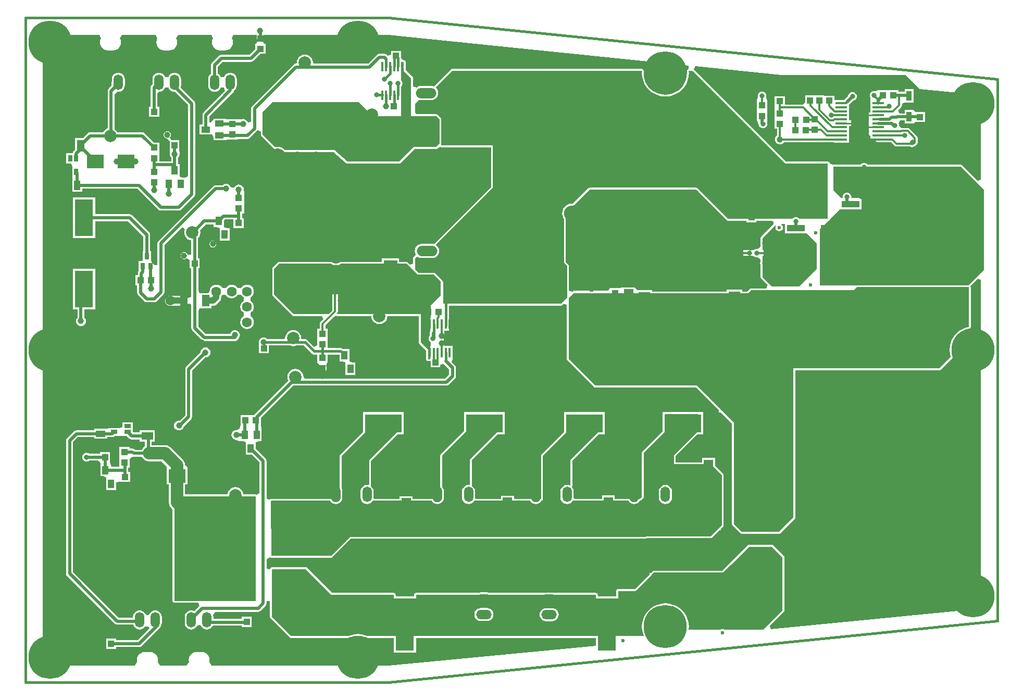
<source format=gtl>
G04 Layer_Physical_Order=1*
G04 Layer_Color=255*
%FSLAX44Y44*%
%MOMM*%
G71*
G01*
G75*
%ADD10R,1.3000X1.9000*%
%ADD11R,1.9000X1.3000*%
%ADD12R,1.0000X1.0000*%
%ADD13R,1.5000X1.0000*%
%ADD14R,6.0000X3.0000*%
%ADD15R,3.0000X6.0000*%
%ADD16R,1.0000X1.0000*%
%ADD17R,1.0000X1.5000*%
%ADD18R,2.8000X2.2000*%
%ADD19R,1.0160X1.4224*%
%ADD20R,0.8128X1.6002*%
%ADD21R,2.2000X2.8000*%
%ADD22R,13.0000X4.5000*%
%ADD23R,2.9000X1.1000*%
%ADD24R,6.2000X5.7000*%
%ADD25R,1.4224X1.0160*%
%ADD26R,0.8000X1.0000*%
%ADD27R,1.1176X1.0160*%
%ADD28R,1.0160X1.1176*%
%ADD29R,1.4224X3.0734*%
%ADD30R,1.1176X0.6604*%
%ADD31R,1.9000X0.4200*%
%ADD32R,3.0000X4.2000*%
%ADD33R,0.4400X1.5500*%
%ADD34R,0.6604X1.1176*%
%ADD35R,3.0734X1.4224*%
%ADD36C,0.3000*%
%ADD37C,0.2540*%
%ADD38C,0.4000*%
%ADD39C,0.5000*%
%ADD40C,2.0000*%
%ADD41C,1.0000*%
%ADD42C,2.5400*%
%ADD43R,2.5400X2.5400*%
%ADD44C,2.0000*%
%ADD45O,1.5000X2.5000*%
%ADD46O,2.5000X1.5000*%
%ADD47C,7.0000*%
%ADD48R,2.5400X2.5400*%
%ADD49C,3.3020*%
%ADD50O,3.3528X1.6764*%
%ADD51C,0.6000*%
%ADD52C,0.7000*%
%ADD53C,0.8000*%
%ADD54C,1.0000*%
%ADD55C,1.6000*%
G36*
X1440500Y463000D02*
X1440500Y376750D01*
X1408750Y345000D01*
X1346317Y345000D01*
X1345341Y345652D01*
X1343000Y346118D01*
X1340659Y345652D01*
X1339683Y345000D01*
X1288660D01*
X1287797Y345933D01*
X1288118Y350000D01*
X1287648Y355963D01*
X1286252Y361779D01*
X1283963Y367305D01*
X1280838Y372405D01*
X1276953Y376953D01*
X1272405Y380838D01*
X1267305Y383963D01*
X1261779Y386252D01*
X1255963Y387648D01*
X1250000Y388117D01*
X1244037Y387648D01*
X1238221Y386252D01*
X1232695Y383963D01*
X1227595Y380838D01*
X1223047Y376953D01*
X1219162Y372405D01*
X1216037Y367305D01*
X1213748Y361779D01*
X1212352Y355963D01*
X1211882Y350000D01*
X1212352Y344037D01*
X1213748Y338221D01*
X1214748Y335806D01*
X1214043Y334750D01*
X765405Y334750D01*
X761779Y336252D01*
X755963Y337648D01*
X750000Y338117D01*
X744037Y337648D01*
X738221Y336252D01*
X734595Y334750D01*
X641750D01*
X610250Y366250D01*
X610003Y442850D01*
X610900Y443750D01*
X665500D01*
X707250Y402000D01*
X808500D01*
Y396000D01*
X844500D01*
Y402000D01*
X1137000D01*
Y396000D01*
X1173000D01*
Y402000D01*
Y408191D01*
X1200250D01*
X1201420Y408424D01*
X1202413Y409087D01*
X1202413Y409087D01*
X1226663Y433337D01*
X1226663Y433337D01*
X1227326Y434329D01*
X1227383Y434617D01*
X1227671Y434674D01*
X1228663Y435337D01*
X1228663Y435337D01*
X1231326Y438000D01*
X1343750D01*
X1356250Y450500D01*
X1385750Y480000D01*
X1423500Y480000D01*
X1440500Y463000D01*
D02*
G37*
G36*
X846750Y922500D02*
X873750D01*
X884750Y911500D01*
X884750Y888000D01*
X869000Y872250D01*
Y852750D01*
X868050D01*
Y831250D01*
X868050Y831250D01*
X868050D01*
X867649Y830114D01*
X867540Y829951D01*
X867152Y828000D01*
Y823355D01*
X866135Y822030D01*
X865430Y820327D01*
X865190Y818500D01*
X865430Y816673D01*
X866135Y814970D01*
X867258Y813508D01*
X868720Y812385D01*
X869000Y812270D01*
Y806250D01*
X868050D01*
Y785000D01*
X864250D01*
Y800500D01*
X852250Y812500D01*
Y858000D01*
X716851Y858000D01*
X716421Y859270D01*
X717239Y860494D01*
X717588Y862250D01*
Y902000D01*
X717239Y903756D01*
X716244Y905244D01*
X714756Y906239D01*
X713000Y906588D01*
X711244Y906239D01*
X709756Y905244D01*
X708761Y903756D01*
X708412Y902000D01*
Y864150D01*
X702261Y858000D01*
X646000Y858000D01*
X614000Y890000D01*
X614000Y932000D01*
X622000Y940000D01*
X706451Y940000D01*
X708463Y938925D01*
X711422Y938027D01*
X714500Y937724D01*
X717578Y938027D01*
X720537Y938925D01*
X722549Y940000D01*
X829250Y940000D01*
X846750Y922500D01*
D02*
G37*
G36*
X1211262Y1254000D02*
X1212124Y1253067D01*
X1211882Y1250000D01*
X1212352Y1244037D01*
X1213748Y1238221D01*
X1216037Y1232695D01*
X1219162Y1227595D01*
X1223047Y1223047D01*
X1227595Y1219162D01*
X1232695Y1216037D01*
X1238221Y1213748D01*
X1244037Y1212352D01*
X1250000Y1211882D01*
X1255963Y1212352D01*
X1261779Y1213748D01*
X1267305Y1216037D01*
X1272405Y1219162D01*
X1276953Y1223047D01*
X1280838Y1227595D01*
X1283963Y1232695D01*
X1286252Y1238221D01*
X1287648Y1244037D01*
X1288118Y1250000D01*
X1287876Y1253067D01*
X1288738Y1254000D01*
X1294000D01*
X1445000Y1103000D01*
X1514000Y1103000D01*
X1514000Y1013000D01*
X1467754D01*
X1466992Y1013992D01*
X1465530Y1015115D01*
X1463827Y1015820D01*
X1462000Y1016060D01*
X1460173Y1015820D01*
X1458470Y1015115D01*
X1457008Y1013992D01*
X1456246Y1013000D01*
X1352325D01*
X1305000Y1060325D01*
Y1061000D01*
X1304326D01*
X1302413Y1062913D01*
X1301420Y1063576D01*
X1300250Y1063809D01*
X1300250Y1063809D01*
X1126750Y1063809D01*
X1126750Y1063809D01*
X1125579Y1063576D01*
X1124587Y1062913D01*
X1124587Y1062913D01*
X1099320Y1037646D01*
X1098000Y1037776D01*
X1094922Y1037473D01*
X1091963Y1036575D01*
X1089235Y1035117D01*
X1086845Y1033155D01*
X1084883Y1030765D01*
X1083425Y1028037D01*
X1082527Y1025078D01*
X1082224Y1022000D01*
X1082527Y1018922D01*
X1083425Y1015963D01*
X1084883Y1013235D01*
X1084941Y1013164D01*
X1084941Y943000D01*
X1085174Y941830D01*
X1085837Y940837D01*
X1090000Y936674D01*
Y885000D01*
X1080000Y875000D01*
X888500Y875000D01*
X888500Y911000D01*
X887761Y911739D01*
X887576Y912671D01*
X886913Y913663D01*
X875913Y924663D01*
X874921Y925326D01*
X873750Y925559D01*
X873750Y925559D01*
X848441D01*
X843000Y931000D01*
Y949000D01*
X846334Y952334D01*
X848128Y950958D01*
X850897Y949811D01*
X853868Y949420D01*
X870632D01*
X873603Y949811D01*
X876372Y950958D01*
X878750Y952782D01*
X880574Y955160D01*
X881721Y957929D01*
X882112Y960900D01*
X881721Y963871D01*
X880574Y966640D01*
X878750Y969018D01*
X877402Y970052D01*
X877319Y971319D01*
X969750Y1063750D01*
X969750Y1132500D01*
X886750D01*
X885500Y1133750D01*
Y1133966D01*
X885576Y1134080D01*
X885809Y1135250D01*
X885809Y1135250D01*
Y1174750D01*
X885576Y1175920D01*
X885500Y1176034D01*
Y1176250D01*
X885065Y1176685D01*
X884913Y1176913D01*
X879663Y1182163D01*
X878671Y1182826D01*
X877500Y1183059D01*
X877500Y1183059D01*
X845441Y1183059D01*
X843500Y1185000D01*
X843500Y1185000D01*
X843500D01*
X843000Y1186165D01*
Y1199750D01*
X849250Y1206000D01*
X856000D01*
X856170Y1206170D01*
X869382D01*
X872353Y1206561D01*
X875122Y1207708D01*
X877500Y1209532D01*
X879324Y1211910D01*
X880471Y1214679D01*
X880862Y1217650D01*
X880471Y1220621D01*
X879324Y1223390D01*
X877500Y1225768D01*
X877284Y1225933D01*
X877201Y1227201D01*
X904000Y1254000D01*
X1211262Y1254000D01*
D02*
G37*
G36*
X1444500Y989860D02*
X1479140D01*
X1496000Y973000D01*
X1496000Y932000D01*
X1467000Y903000D01*
X1423000Y903000D01*
X1408000Y918000D01*
X1408000Y952912D01*
X1416622D01*
X1418378Y953261D01*
X1419866Y954256D01*
X1420861Y955744D01*
X1421210Y957500D01*
X1420861Y959256D01*
X1419866Y960744D01*
X1418378Y961739D01*
X1416622Y962088D01*
X1408000D01*
Y982000D01*
X1428786Y1002786D01*
X1429773Y1001977D01*
X1429348Y1001341D01*
X1428882Y999000D01*
X1429348Y996659D01*
X1430674Y994674D01*
X1432659Y993348D01*
X1435000Y992883D01*
X1437341Y993348D01*
X1439326Y994674D01*
X1440652Y996659D01*
X1441118Y999000D01*
X1440652Y1001341D01*
X1439326Y1003326D01*
X1438721Y1003730D01*
X1439106Y1005000D01*
X1444500D01*
Y989860D01*
D02*
G37*
G36*
X1743330Y837478D02*
X1738221Y836252D01*
X1732695Y833963D01*
X1727595Y830838D01*
X1723047Y826953D01*
X1719162Y822405D01*
X1716037Y817305D01*
X1713748Y811779D01*
X1712352Y805963D01*
X1711882Y800000D01*
X1712352Y794037D01*
X1713646Y788646D01*
X1695000Y770000D01*
X1458250D01*
X1458250Y528000D01*
X1435250Y505000D01*
Y504250D01*
X1374000D01*
X1361250Y517000D01*
Y682000D01*
X1321000Y722250D01*
Y723500D01*
X1319750D01*
X1301250Y742000D01*
X1136000Y742000D01*
X1093000Y785000D01*
X1093000Y884316D01*
X1100300Y892000D01*
X1384330D01*
X1389330Y897000D01*
X1556000Y897000D01*
X1561000Y902000D01*
X1588476D01*
X1589000Y901931D01*
X1589524Y902000D01*
X1603476D01*
X1604000Y901931D01*
X1604524Y902000D01*
X1743330D01*
X1743330Y837478D01*
D02*
G37*
G36*
X1302750Y668000D02*
X1263750Y629000D01*
X1263750Y614250D01*
X1323750D01*
X1341500Y596500D01*
Y515000D01*
X1323500Y497000D01*
X1218000Y497000D01*
X1217000Y496000D01*
X737250Y496000D01*
X706500Y465250D01*
X609250D01*
X608977Y554101D01*
X609874Y555000D01*
X704906D01*
X705028Y554705D01*
X706711Y552511D01*
X708905Y550828D01*
X711459Y549770D01*
X714200Y549409D01*
X716941Y549770D01*
X719495Y550828D01*
X721689Y552511D01*
X723372Y554705D01*
X723494Y555000D01*
X723500D01*
Y555014D01*
X724430Y557259D01*
X724791Y560000D01*
Y570000D01*
X724430Y572741D01*
X723500Y574986D01*
X723500Y627500D01*
X762250Y666250D01*
Y693750D01*
X819000D01*
X819000Y671250D01*
X768500Y620750D01*
X768500Y581146D01*
X767230Y580297D01*
X765000Y580591D01*
X762259Y580230D01*
X759705Y579172D01*
X757511Y577489D01*
X755828Y575295D01*
X754770Y572741D01*
X754409Y570000D01*
Y560000D01*
X754770Y557259D01*
X755706Y555000D01*
X755828Y554705D01*
X757511Y552511D01*
X759705Y550828D01*
X762259Y549770D01*
X765000Y549409D01*
X767741Y549770D01*
X770295Y550828D01*
X772489Y552511D01*
X774172Y554705D01*
X774294Y555000D01*
X869906D01*
X870028Y554705D01*
X871711Y552511D01*
X873905Y550828D01*
X876459Y549770D01*
X879200Y549409D01*
X881941Y549770D01*
X884495Y550828D01*
X886689Y552511D01*
X888372Y554705D01*
X888494Y555000D01*
X889430Y557259D01*
X889791Y560000D01*
Y570000D01*
X889430Y572741D01*
X888372Y575295D01*
X887250Y576757D01*
X887250Y628750D01*
X926000Y667500D01*
Y695000D01*
X982750D01*
X982750Y672500D01*
X932250Y622000D01*
X932250Y581258D01*
X931295Y580420D01*
X930000Y580591D01*
X927259Y580230D01*
X924705Y579172D01*
X922511Y577489D01*
X920828Y575295D01*
X919770Y572741D01*
X919409Y570000D01*
Y560000D01*
X919770Y557259D01*
X920706Y555000D01*
X920828Y554705D01*
X922511Y552511D01*
X924705Y550828D01*
X927259Y549770D01*
X930000Y549409D01*
X931295Y549580D01*
X932741Y549770D01*
X935295Y550828D01*
X937489Y552511D01*
X939172Y554705D01*
X939294Y555000D01*
X1029906D01*
X1030028Y554705D01*
X1031711Y552511D01*
X1033905Y550828D01*
X1036459Y549770D01*
X1039200Y549409D01*
X1041941Y549770D01*
X1044495Y550828D01*
X1046689Y552511D01*
X1048372Y554705D01*
X1048494Y555000D01*
X1050750D01*
X1050750Y628250D01*
X1089500Y667000D01*
Y694500D01*
X1146250D01*
X1146250Y672000D01*
X1095750Y621500D01*
Y580358D01*
X1094480Y579509D01*
X1092741Y580230D01*
X1090000Y580591D01*
X1087259Y580230D01*
X1084705Y579172D01*
X1082511Y577489D01*
X1080828Y575295D01*
X1079770Y572741D01*
X1079409Y570000D01*
Y560000D01*
X1079770Y557259D01*
X1080706Y555000D01*
X1080828Y554705D01*
X1082511Y552511D01*
X1084705Y550828D01*
X1087259Y549770D01*
X1090000Y549409D01*
X1092741Y549770D01*
X1094480Y550490D01*
X1095295Y550828D01*
X1097489Y552511D01*
X1099172Y554705D01*
X1099294Y555000D01*
X1189906D01*
X1190028Y554705D01*
X1191711Y552511D01*
X1193905Y550828D01*
X1196459Y549770D01*
X1199200Y549409D01*
X1201941Y549770D01*
X1204495Y550828D01*
X1206689Y552511D01*
X1208372Y554705D01*
X1208494Y555000D01*
X1210000D01*
X1214750Y559750D01*
X1214750Y633000D01*
X1249500Y667750D01*
Y696000D01*
X1302750D01*
X1302750Y668000D01*
D02*
G37*
G36*
X1762561Y914049D02*
Y392909D01*
X1742561Y377000D01*
X1421762Y346367D01*
X1419418Y351342D01*
X1442663Y374587D01*
X1443326Y375579D01*
X1443559Y376750D01*
X1443559Y376750D01*
X1443559Y463000D01*
X1443559Y463000D01*
X1443326Y464170D01*
X1442663Y465163D01*
X1442663Y465163D01*
X1425663Y482163D01*
X1424671Y482826D01*
X1423500Y483059D01*
X1423500Y483059D01*
X1385750Y483059D01*
X1385750Y483059D01*
X1384579Y482826D01*
X1383587Y482163D01*
X1383587Y482163D01*
X1354087Y452663D01*
X1342483Y441059D01*
X1231326D01*
X1231326Y441059D01*
X1230155Y440826D01*
X1229163Y440163D01*
X1229163Y440163D01*
X1229163Y440163D01*
X1226713Y437713D01*
X1226713Y437713D01*
X1226500Y437500D01*
X1224500D01*
Y435500D01*
X1224287Y435287D01*
Y435287D01*
X1200463Y411463D01*
D01*
X1200250Y411250D01*
X1199948D01*
D01*
X1173000D01*
X1171830Y411017D01*
X1170837Y410354D01*
X1170174Y409362D01*
X1169941Y408191D01*
Y399059D01*
X1140059D01*
Y402000D01*
X1139826Y403171D01*
X1139163Y404163D01*
X1138170Y404826D01*
X1137000Y405059D01*
X1069154D01*
X1068741Y405230D01*
X1066000Y405591D01*
X1056000D01*
X1053259Y405230D01*
X1052846Y405059D01*
X964119D01*
X962741Y405630D01*
X960000Y405991D01*
X950000D01*
X947259Y405630D01*
X945881Y405059D01*
X844500D01*
X843329Y404826D01*
X842337Y404163D01*
X841674Y403171D01*
X841441Y402000D01*
Y399059D01*
X811559D01*
Y402000D01*
X811326Y403171D01*
X810663Y404163D01*
X809670Y404826D01*
X808500Y405059D01*
X708517D01*
X667663Y445913D01*
X666671Y446576D01*
X665500Y446809D01*
X665500Y446809D01*
X610900D01*
X610897Y446808D01*
X610895Y446809D01*
X610894Y446809D01*
X610314Y446692D01*
X609729Y446576D01*
X609729Y446576D01*
X609727Y446575D01*
X609724Y446574D01*
X609235Y446246D01*
X608737Y445913D01*
X608735Y445911D01*
X608733Y445909D01*
X607836Y445010D01*
X607835Y445008D01*
X607833Y445006D01*
X607503Y444510D01*
X607175Y444017D01*
X607175Y444017D01*
X607174Y444014D01*
X607173Y444012D01*
X607173Y444012D01*
X607060Y443432D01*
X601608Y444212D01*
Y459327D01*
X602529Y460012D01*
X607094Y463080D01*
X607586Y462753D01*
X608079Y462424D01*
X608084Y462423D01*
X608088Y462421D01*
X608668Y462307D01*
X609250Y462191D01*
X706500D01*
X706500Y462191D01*
X707671Y462424D01*
X708663Y463087D01*
X738517Y492941D01*
X1217000Y492941D01*
X1218170Y493174D01*
X1219163Y493837D01*
X1219163Y493837D01*
X1219267Y493941D01*
X1323500Y493941D01*
X1324671Y494174D01*
X1325663Y494837D01*
X1325663Y494837D01*
X1337459Y506633D01*
X1340362D01*
Y509536D01*
X1343663Y512837D01*
X1344326Y513829D01*
X1344559Y515000D01*
X1344559Y515000D01*
Y596500D01*
X1344326Y597671D01*
X1343663Y598663D01*
X1343663Y598663D01*
X1330500Y611826D01*
Y624500D01*
X1309500D01*
Y617309D01*
X1266809D01*
Y627733D01*
X1301826Y662750D01*
X1311000D01*
Y698750D01*
X1304034D01*
X1303920Y698826D01*
X1302750Y699059D01*
X1249500D01*
X1248329Y698826D01*
X1248216Y698750D01*
X1245000D01*
Y698750D01*
Y667576D01*
X1212587Y635163D01*
X1211924Y634170D01*
X1211691Y633000D01*
X1211691Y633000D01*
X1211691Y578390D01*
D01*
X1211691Y561017D01*
X1208733Y558059D01*
X1208494D01*
X1207324Y557826D01*
X1206703Y557411D01*
X1206331Y557163D01*
X1205851Y556444D01*
X1204507Y554693D01*
X1202953Y553500D01*
X1201143Y552750D01*
X1199200Y552495D01*
X1197257Y552750D01*
X1195447Y553500D01*
X1193893Y554693D01*
X1192549Y556444D01*
X1192069Y557163D01*
X1191697Y557411D01*
X1191077Y557826D01*
X1189906Y558059D01*
X1167750D01*
Y559594D01*
Y563250D01*
X1146750D01*
Y558059D01*
X1102293D01*
X1100591Y560000D01*
Y569525D01*
Y570000D01*
X1100230Y572741D01*
X1099172Y575295D01*
X1097937Y578140D01*
X1098293Y578659D01*
Y578659D01*
X1098409Y578937D01*
X1098576Y579188D01*
X1098635Y579483D01*
X1098750Y579761D01*
Y580063D01*
X1098809Y580358D01*
Y620233D01*
X1141326Y662750D01*
X1151500D01*
Y698750D01*
X1085500D01*
Y667326D01*
X1048587Y630413D01*
X1047924Y629421D01*
X1047691Y628250D01*
X1047691Y628250D01*
X1047691Y573794D01*
X1047691D01*
X1047691Y557899D01*
X1047324Y557826D01*
X1046703Y557411D01*
X1046331Y557163D01*
X1045851Y556444D01*
X1044507Y554693D01*
X1042953Y553500D01*
X1041143Y552750D01*
X1039200Y552495D01*
X1037257Y552750D01*
X1035447Y553500D01*
X1033893Y554693D01*
X1032549Y556444D01*
X1032069Y557163D01*
X1031697Y557411D01*
X1031077Y557826D01*
X1029906Y558059D01*
X1003750D01*
Y559669D01*
Y562750D01*
X982750D01*
Y558059D01*
X942293D01*
X940856Y559697D01*
X940856D01*
X940591Y560000D01*
D01*
D01*
Y570000D01*
X940230Y572741D01*
X939172Y575295D01*
X937489Y577489D01*
X935295Y579172D01*
X935076Y580087D01*
X935173Y580576D01*
X935302Y581057D01*
X935289Y581158D01*
X935309Y581258D01*
X935309Y620733D01*
X977326Y662750D01*
X988500D01*
Y698750D01*
X922500D01*
Y668326D01*
X885087Y630913D01*
X884424Y629921D01*
X884191Y628750D01*
X884191Y628750D01*
X884191Y579723D01*
D01*
Y576757D01*
X884269Y576365D01*
X884295Y575966D01*
X884385Y575785D01*
X884424Y575587D01*
X884646Y575254D01*
X884823Y574895D01*
X885700Y573753D01*
X886450Y571943D01*
X886732Y569799D01*
Y560201D01*
X886450Y558057D01*
X885700Y556247D01*
X884507Y554693D01*
X882953Y553500D01*
X881143Y552750D01*
X879200Y552495D01*
X877257Y552750D01*
X875447Y553500D01*
X873893Y554693D01*
X872549Y556444D01*
X872069Y557163D01*
X871697Y557411D01*
X871077Y557826D01*
X869906Y558059D01*
X839000D01*
Y559744D01*
Y562000D01*
X818000D01*
Y558059D01*
X777293D01*
X775790Y559773D01*
X775790D01*
X775591Y560000D01*
D01*
D01*
Y570000D01*
X775230Y572741D01*
X774172Y575295D01*
X772489Y577489D01*
X772489Y577489D01*
X771044Y579448D01*
X771159Y579726D01*
X771326Y579976D01*
X771385Y580272D01*
X771500Y580551D01*
X771500Y580852D01*
X771559Y581146D01*
X771559Y619483D01*
X814826Y662750D01*
X824750D01*
Y698750D01*
X758750D01*
Y667076D01*
X721337Y629663D01*
X720674Y628671D01*
X720441Y627500D01*
X720441Y627500D01*
X720441Y574986D01*
X720674Y573815D01*
X721450Y571943D01*
X721732Y569799D01*
Y560201D01*
X721450Y558057D01*
X720700Y556247D01*
X719507Y554693D01*
X717953Y553500D01*
X716143Y552750D01*
X714200Y552495D01*
X712257Y552750D01*
X710447Y553500D01*
X708893Y554693D01*
X707549Y556444D01*
X707069Y557163D01*
X706697Y557411D01*
X706077Y557826D01*
X704906Y558059D01*
X609874D01*
X609872Y558058D01*
X609869Y558059D01*
X609869Y558059D01*
X609282Y557941D01*
X609282Y557941D01*
X608703Y557826D01*
X608703Y557826D01*
X608702Y557825D01*
X608699Y557824D01*
X608207Y557494D01*
X607711Y557163D01*
X607710Y557161D01*
X607708Y557160D01*
X607108Y556558D01*
X605070Y556711D01*
X604365Y556894D01*
X601608Y558369D01*
Y619574D01*
X601181Y621720D01*
X599965Y623539D01*
X584080Y639425D01*
X584080Y649686D01*
X588771Y651638D01*
X593580D01*
Y671862D01*
X593063D01*
X592580Y677162D01*
X592580D01*
Y689649D01*
X644823Y741892D01*
X893750D01*
X895896Y742319D01*
X897715Y743535D01*
X907715Y753535D01*
X908931Y755354D01*
X909358Y757500D01*
Y771250D01*
X908931Y773396D01*
X907715Y775215D01*
X902614Y780317D01*
X904450Y784750D01*
X904450D01*
Y806250D01*
X890838D01*
Y810750D01*
X890489Y812506D01*
X889656Y813752D01*
X889494Y814243D01*
X889494Y819507D01*
X889656Y819998D01*
X890489Y821244D01*
X890838Y823000D01*
Y831250D01*
X897950D01*
Y852750D01*
X897848D01*
Y871941D01*
X1080000Y871941D01*
X1081171Y872174D01*
X1082163Y872837D01*
X1082163Y872837D01*
X1084860Y875534D01*
X1089941Y873429D01*
X1089941Y785000D01*
X1089941Y785000D01*
X1090174Y783829D01*
X1090837Y782837D01*
X1090837Y782837D01*
X1133837Y739837D01*
X1134830Y739174D01*
X1136000Y738941D01*
X1136000Y738941D01*
X1299983Y738941D01*
X1317587Y721337D01*
X1318336Y720836D01*
X1318837Y720087D01*
X1318837Y720087D01*
X1337000Y701924D01*
Y698500D01*
X1340424D01*
X1358191Y680733D01*
Y517000D01*
X1358424Y515829D01*
X1359087Y514837D01*
X1359087Y514837D01*
X1367260Y506664D01*
Y506633D01*
X1367291D01*
X1371837Y502087D01*
X1372829Y501424D01*
X1374000Y501191D01*
X1374000Y501191D01*
X1435250D01*
X1436420Y501424D01*
X1437413Y502087D01*
X1438076Y503079D01*
X1438180Y503605D01*
X1460413Y525837D01*
X1461076Y526829D01*
X1461309Y528000D01*
X1461309Y528000D01*
X1461309Y766941D01*
X1695000D01*
X1696171Y767174D01*
X1697163Y767837D01*
X1697163Y767837D01*
X1715809Y786483D01*
X1716009Y786783D01*
X1716254Y787048D01*
X1716338Y787275D01*
X1716472Y787476D01*
X1716542Y787829D01*
X1716667Y788168D01*
X1716658Y788409D01*
X1716705Y788646D01*
X1716635Y789000D01*
X1716620Y789360D01*
X1715382Y794517D01*
X1714951Y800000D01*
X1715382Y805483D01*
X1716666Y810831D01*
X1718771Y815912D01*
X1721645Y820602D01*
X1725216Y824783D01*
X1729398Y828355D01*
X1734088Y831229D01*
X1739169Y833334D01*
X1744044Y834504D01*
X1744263Y834605D01*
X1744500Y834652D01*
X1744800Y834853D01*
X1745128Y835004D01*
X1745292Y835181D01*
X1745493Y835315D01*
X1745693Y835615D01*
X1745938Y835880D01*
X1746022Y836107D01*
X1746156Y836308D01*
X1746226Y836662D01*
X1746351Y837000D01*
X1746341Y837241D01*
X1746389Y837478D01*
X1746389Y902000D01*
X1746156Y903170D01*
X1745493Y904163D01*
X1745492Y904167D01*
X1757479Y916154D01*
X1762561Y914049D01*
D02*
G37*
G36*
X1730000Y1098000D02*
X1767500Y1060500D01*
X1767500Y930500D01*
X1742059Y905059D01*
X1604524D01*
X1604326Y905019D01*
X1604125Y905033D01*
X1604000Y905016D01*
X1603875Y905033D01*
X1603674Y905019D01*
X1603476Y905059D01*
X1589524D01*
X1589326Y905019D01*
X1589125Y905033D01*
X1589000Y905016D01*
X1588875Y905033D01*
X1588674Y905019D01*
X1588476Y905059D01*
X1561000D01*
X1561000Y905059D01*
X1560705Y905000D01*
X1501000Y905000D01*
X1501000Y996000D01*
X1515181Y1010181D01*
X1516163Y1010837D01*
X1516819Y1011819D01*
X1532665Y1027665D01*
X1533500Y1028500D01*
Y1028500D01*
X1533500Y1028500D01*
X1568500D01*
Y1045500D01*
X1566500D01*
X1565000Y1047000D01*
X1553076D01*
X1552239Y1047955D01*
X1552310Y1048500D01*
X1552070Y1050327D01*
X1551364Y1052030D01*
X1550242Y1053492D01*
X1548780Y1054614D01*
X1547077Y1055320D01*
X1545250Y1055560D01*
X1543423Y1055320D01*
X1541720Y1054614D01*
X1540258Y1053492D01*
X1539135Y1052030D01*
X1538430Y1050327D01*
X1538190Y1048500D01*
X1538261Y1047955D01*
X1537424Y1047000D01*
X1536000D01*
X1523000Y1060000D01*
X1523000Y1098000D01*
X1730000Y1098000D01*
D02*
G37*
G36*
X824750Y1254000D02*
X836750Y1242000D01*
Y1180000D01*
X877500Y1180000D01*
X882750Y1174750D01*
Y1135250D01*
X877250Y1129750D01*
X841000D01*
X817250Y1106000D01*
X733000D01*
X711765Y1125000D01*
X682852D01*
X682000Y1125112D01*
X681148Y1125000D01*
X652852D01*
X652000Y1125112D01*
X651148Y1125000D01*
X631193D01*
X630655Y1125655D01*
X628265Y1127617D01*
X625537Y1129075D01*
X622578Y1129973D01*
X619500Y1130276D01*
X616422Y1129973D01*
X615736Y1129764D01*
X595500Y1150000D01*
Y1186500D01*
X612000Y1203000D01*
X752000Y1203000D01*
X775000Y1180000D01*
X820000Y1180000D01*
Y1203000D01*
X820700D01*
Y1224500D01*
X820598D01*
Y1228145D01*
X821615Y1229470D01*
X822320Y1231173D01*
X822560Y1233000D01*
X822320Y1234827D01*
X821615Y1236530D01*
X820492Y1237992D01*
X820000Y1238370D01*
Y1249500D01*
X820700D01*
Y1268000D01*
X824750D01*
Y1254000D01*
D02*
G37*
G36*
X1287527Y1262388D02*
X1287563Y1262217D01*
X1287568Y1256826D01*
X1287567Y1256826D01*
X1287517Y1256792D01*
X1287457Y1256778D01*
X1287457Y1256778D01*
X1287022Y1256461D01*
X1286575Y1256163D01*
X1286541Y1256112D01*
X1286492Y1256076D01*
X1285630Y1255144D01*
X1285598Y1255091D01*
X1285550Y1255054D01*
X1285287Y1254585D01*
X1285006Y1254126D01*
X1284997Y1254066D01*
X1284967Y1254013D01*
X1284967Y1254013D01*
X1284904Y1253479D01*
X1284820Y1252947D01*
X1284820Y1252947D01*
X1284834Y1252888D01*
X1284827Y1252827D01*
X1285049Y1250000D01*
X1284618Y1244517D01*
X1283334Y1239169D01*
X1281229Y1234088D01*
X1278355Y1229398D01*
X1274784Y1225217D01*
X1270602Y1221645D01*
X1265912Y1218771D01*
X1260831Y1216666D01*
X1255483Y1215382D01*
X1250000Y1214951D01*
X1244517Y1215382D01*
X1239169Y1216666D01*
X1234088Y1218771D01*
X1229398Y1221645D01*
X1225217Y1225216D01*
X1221645Y1229398D01*
X1218771Y1234088D01*
X1216666Y1239169D01*
X1215382Y1244517D01*
X1214951Y1250000D01*
X1215173Y1252827D01*
X1215166Y1252888D01*
X1215180Y1252947D01*
X1215180Y1252947D01*
X1215096Y1253478D01*
X1215096Y1253478D01*
X1215033Y1254013D01*
X1215033Y1254013D01*
X1215003Y1254066D01*
X1214994Y1254126D01*
X1214994Y1254126D01*
X1214713Y1254584D01*
X1214450Y1255054D01*
X1214402Y1255092D01*
X1214370Y1255144D01*
X1213508Y1256076D01*
X1213459Y1256112D01*
X1213425Y1256163D01*
X1212978Y1256462D01*
X1212543Y1256778D01*
X1212542Y1256778D01*
X1212483Y1256792D01*
X1212432Y1256826D01*
X1212432Y1256826D01*
X1211905Y1256931D01*
X1211905Y1256931D01*
X1211811Y1256953D01*
X1211382Y1257056D01*
X1211382Y1257056D01*
X1211321Y1257047D01*
X1211262Y1257059D01*
X904000Y1257059D01*
X902829Y1256826D01*
X901837Y1256163D01*
X875038Y1229364D01*
X874982Y1229279D01*
X874901Y1229218D01*
X874652Y1228786D01*
X874375Y1228371D01*
X872353Y1228739D01*
X872353Y1228739D01*
X869382Y1229130D01*
X852618D01*
X849647Y1228739D01*
X846878Y1227592D01*
X845309Y1226388D01*
X842230Y1227181D01*
X839809Y1228688D01*
Y1242000D01*
X839576Y1243171D01*
X838913Y1244163D01*
X838913Y1244163D01*
X827809Y1255267D01*
Y1268000D01*
X827576Y1269171D01*
X827200Y1269733D01*
Y1271000D01*
X825462D01*
X824016Y1271755D01*
X820598Y1275000D01*
X820368Y1276157D01*
X820250Y1278012D01*
Y1286250D01*
X804250D01*
Y1280464D01*
X803544Y1279929D01*
X798750Y1278430D01*
X797215Y1279965D01*
X795396Y1281181D01*
X793250Y1281608D01*
X785000D01*
X782854Y1281181D01*
X781035Y1279965D01*
X766677Y1265608D01*
X678333D01*
X677112Y1267000D01*
X676665Y1270394D01*
X675356Y1273556D01*
X673272Y1276272D01*
X670556Y1278355D01*
X667394Y1279665D01*
X664000Y1280112D01*
X660606Y1279665D01*
X657444Y1278355D01*
X654728Y1276272D01*
X652645Y1273556D01*
X651335Y1270394D01*
X650888Y1267000D01*
X649667Y1265608D01*
X649500D01*
X647354Y1265181D01*
X645535Y1263965D01*
X578035Y1196465D01*
X576819Y1194646D01*
X576392Y1192500D01*
Y1170921D01*
X571294Y1169588D01*
X570488Y1171535D01*
X569206Y1173206D01*
X567534Y1174488D01*
X565588Y1175294D01*
X563500Y1175569D01*
X561412Y1175294D01*
X560338Y1174849D01*
X554838Y1175216D01*
Y1175216D01*
X537662D01*
X537662Y1175216D01*
X535362Y1175982D01*
Y1175982D01*
X532479Y1175982D01*
X515138D01*
Y1174141D01*
X510266Y1169505D01*
X508682Y1169822D01*
Y1179751D01*
X546965Y1218035D01*
X548181Y1219854D01*
X548443Y1221172D01*
X550189Y1222511D01*
X551872Y1224705D01*
X552930Y1227259D01*
X553291Y1230000D01*
Y1240000D01*
X552930Y1242741D01*
X551872Y1245295D01*
X550189Y1247489D01*
X547995Y1249172D01*
X545441Y1250230D01*
X542700Y1250591D01*
X539959Y1250230D01*
X537405Y1249172D01*
X535211Y1247489D01*
X533528Y1245295D01*
X532858Y1243676D01*
X530000Y1243175D01*
X527142Y1243676D01*
X526472Y1245295D01*
X524789Y1247489D01*
X522608Y1249162D01*
Y1260677D01*
X530323Y1268392D01*
X576136D01*
X578282Y1268819D01*
X580101Y1270035D01*
X591351Y1281284D01*
X600088D01*
Y1297444D01*
X597746D01*
X596212Y1300868D01*
X595739Y1302944D01*
X596681Y1304354D01*
X597108Y1306500D01*
Y1312000D01*
X800061D01*
X1287527Y1262388D01*
D02*
G37*
G36*
X585892Y1306500D02*
X586319Y1304354D01*
X587261Y1302944D01*
X586788Y1300868D01*
X585254Y1297444D01*
X582912D01*
Y1288707D01*
X573813Y1279608D01*
X528000D01*
X525854Y1279181D01*
X524035Y1277965D01*
X513035Y1266965D01*
X511819Y1265146D01*
X511392Y1263000D01*
Y1248702D01*
X509811Y1247489D01*
X508128Y1245295D01*
X507070Y1242741D01*
X506709Y1240000D01*
Y1230000D01*
X507070Y1227259D01*
X508128Y1224705D01*
X509811Y1222511D01*
X512005Y1220828D01*
X514559Y1219770D01*
X517300Y1219409D01*
X520041Y1219770D01*
X522595Y1220828D01*
X524789Y1222511D01*
X526472Y1224705D01*
X527142Y1226324D01*
X530000Y1226825D01*
X532254Y1226430D01*
X534569Y1221499D01*
X499109Y1186039D01*
X497893Y1184220D01*
X497466Y1182074D01*
Y1166330D01*
X492962D01*
Y1150170D01*
X509638D01*
X513186Y1150170D01*
X515138Y1145479D01*
Y1140670D01*
X535362D01*
Y1140670D01*
X537662Y1141920D01*
X554838D01*
Y1143142D01*
X570750D01*
X572896Y1143569D01*
X574715Y1144785D01*
X585965Y1156035D01*
X586941Y1157495D01*
X587343Y1157551D01*
X592441Y1154400D01*
Y1150000D01*
X592441Y1150000D01*
X592674Y1148829D01*
X593337Y1147837D01*
X593337Y1147837D01*
X613573Y1127602D01*
X613946Y1127352D01*
X614294Y1127067D01*
X614439Y1127023D01*
X614565Y1126939D01*
X615006Y1126851D01*
X615436Y1126721D01*
X615587Y1126735D01*
X615736Y1126706D01*
X616176Y1126793D01*
X616623Y1126837D01*
X617022Y1126958D01*
X619500Y1127202D01*
X621978Y1126958D01*
X624361Y1126236D01*
X626557Y1125062D01*
X628482Y1123482D01*
X628829Y1123060D01*
X628901Y1123000D01*
D01*
X628946Y1122963D01*
X629030Y1122837D01*
X629404Y1122587D01*
X629751Y1122302D01*
X629896Y1122258D01*
X630023Y1122174D01*
X630463Y1122086D01*
X630893Y1121956D01*
X631044Y1121971D01*
X631193Y1121941D01*
X651148D01*
X651346Y1121981D01*
X651547Y1121967D01*
X652000Y1122027D01*
X652453Y1121967D01*
X652654Y1121981D01*
X652852Y1121941D01*
X681148D01*
X681346Y1121981D01*
X681547Y1121967D01*
X682000Y1122027D01*
X682453Y1121967D01*
X682654Y1121981D01*
X682852Y1121941D01*
X710596D01*
X730960Y1103720D01*
X731402Y1103459D01*
X731829Y1103174D01*
X731914Y1103157D01*
X731988Y1103113D01*
X732496Y1103041D01*
X733000Y1102941D01*
X817250D01*
X817250Y1102941D01*
X818420Y1103174D01*
X819413Y1103837D01*
X819413Y1103837D01*
X842267Y1126691D01*
X877250D01*
X877250Y1126691D01*
X878420Y1126924D01*
X879413Y1127587D01*
X879413Y1127587D01*
X879864Y1128038D01*
X884587Y1130337D01*
X885580Y1129674D01*
X886750Y1129441D01*
X886750Y1129441D01*
X966691D01*
X966691Y1065017D01*
X875156Y973482D01*
X875100Y973398D01*
X875019Y973336D01*
X874770Y972904D01*
X874493Y972490D01*
X874169Y972308D01*
X870632Y972380D01*
X853868D01*
X850897Y971989D01*
X848128Y970842D01*
X845750Y969018D01*
X843926Y966640D01*
X842779Y963871D01*
X842388Y960900D01*
X842779Y957929D01*
X843926Y955160D01*
X844218Y954779D01*
X844171Y954497D01*
X840837Y951163D01*
X840174Y950171D01*
X839941Y949000D01*
X839941Y949000D01*
Y940820D01*
X834860Y938716D01*
X831413Y942163D01*
X831413Y942163D01*
X830420Y942826D01*
X829250Y943059D01*
X829250Y943059D01*
X817000D01*
Y947000D01*
Y949000D01*
X789000D01*
Y943059D01*
X722549Y943059D01*
X722400Y943029D01*
X722249Y943044D01*
X721819Y942914D01*
X721378Y942826D01*
X721252Y942742D01*
X721107Y942698D01*
X719361Y941765D01*
X716978Y941042D01*
X714500Y940798D01*
X712022Y941042D01*
X709639Y941765D01*
X707893Y942698D01*
X707748Y942742D01*
X707622Y942826D01*
X707181Y942914D01*
X706751Y943044D01*
X706600Y943029D01*
X706451Y943059D01*
X622000Y943059D01*
X620829Y942826D01*
X619837Y942163D01*
X619837Y942163D01*
X611837Y934163D01*
X611837Y934163D01*
X611174Y933170D01*
X610941Y932000D01*
X610941Y932000D01*
X610941Y890000D01*
X611174Y888829D01*
X611837Y887837D01*
X611837Y887837D01*
X643837Y855837D01*
X643838Y855837D01*
X644830Y855174D01*
X646000Y854941D01*
X646001Y854941D01*
X692016Y854941D01*
X694121Y849860D01*
X689506Y845244D01*
X688511Y843756D01*
X688162Y842000D01*
Y834216D01*
X684162D01*
Y822580D01*
X684162Y818056D01*
X684162Y812556D01*
Y807326D01*
X678662Y805048D01*
X667855Y815855D01*
X666201Y816960D01*
X664250Y817348D01*
X659561D01*
X658112Y819000D01*
X657665Y822394D01*
X656356Y825556D01*
X654272Y828272D01*
X651556Y830356D01*
X648394Y831665D01*
X645000Y832112D01*
X641606Y831665D01*
X638444Y830356D01*
X635728Y828272D01*
X633644Y825556D01*
X632335Y822394D01*
X631888Y819000D01*
X630439Y817348D01*
X603172D01*
X602706Y817956D01*
X601035Y819238D01*
X599088Y820044D01*
X597000Y820319D01*
X594912Y820044D01*
X592966Y819238D01*
X591294Y817956D01*
X590012Y816284D01*
X589206Y814338D01*
X588931Y812250D01*
X589206Y810162D01*
X589250Y810055D01*
Y794750D01*
X605250D01*
Y807152D01*
X639633D01*
X641606Y806335D01*
X645000Y805888D01*
X648394Y806335D01*
X650367Y807152D01*
X662138D01*
X675145Y794145D01*
X676799Y793040D01*
X678750Y792652D01*
X684162D01*
Y779306D01*
X684290D01*
X687023Y775224D01*
X687412Y773806D01*
X687152Y772500D01*
X687540Y770549D01*
X687672Y770351D01*
X687652Y770250D01*
X688040Y768299D01*
X689145Y766645D01*
X690799Y765540D01*
X692750Y765152D01*
X694500D01*
X696451Y765540D01*
X698105Y766645D01*
X699210Y768299D01*
X699598Y770250D01*
X699210Y772201D01*
X698105Y773855D01*
X700432Y779306D01*
X701338D01*
Y792652D01*
X720064D01*
X720170Y792546D01*
Y781564D01*
X725131D01*
X729822Y779612D01*
X729822Y776064D01*
Y759388D01*
X745982D01*
Y779612D01*
X741021D01*
X736330Y781564D01*
X736330Y785112D01*
Y801788D01*
X725133D01*
X724127Y802460D01*
X722176Y802848D01*
X701338D01*
Y812556D01*
X701338Y817080D01*
X701338Y822580D01*
Y834216D01*
X697338D01*
Y840099D01*
X710077Y852838D01*
X714688Y855837D01*
X715102Y855561D01*
X715496Y855257D01*
X715595Y855231D01*
X715680Y855174D01*
X716168Y855077D01*
X716649Y854948D01*
X716750Y854961D01*
X716851Y854941D01*
X771896Y854941D01*
X772335Y851606D01*
X773644Y848444D01*
X775728Y845728D01*
X778444Y843644D01*
X781606Y842335D01*
X785000Y841888D01*
X788394Y842335D01*
X791556Y843644D01*
X794272Y845728D01*
X796356Y848444D01*
X797665Y851606D01*
X798104Y854941D01*
X849191Y854941D01*
Y812500D01*
X849424Y811329D01*
X850087Y810337D01*
X850087Y810337D01*
X861191Y799233D01*
Y785000D01*
X861424Y783829D01*
X862087Y782837D01*
X863080Y782174D01*
X864250Y781941D01*
X868050D01*
X868250Y781777D01*
Y771500D01*
X884250D01*
Y775296D01*
X886855Y776787D01*
X889750Y777319D01*
X898142Y768927D01*
Y759823D01*
X891427Y753108D01*
X664368D01*
X661612Y756250D01*
X661165Y759644D01*
X659855Y762806D01*
X657772Y765522D01*
X655056Y767606D01*
X651894Y768915D01*
X648500Y769362D01*
X645106Y768915D01*
X641944Y767606D01*
X639228Y765522D01*
X637145Y762806D01*
X635835Y759644D01*
X635388Y756250D01*
X635835Y752856D01*
X637033Y749963D01*
X581535Y694465D01*
X581450Y694338D01*
X576420Y694338D01*
X570920Y694338D01*
X559284D01*
Y677162D01*
X559284D01*
X559265Y676949D01*
X558268Y671862D01*
X552768Y669817D01*
X552750Y669819D01*
X550662Y669544D01*
X548716Y668738D01*
X547044Y667456D01*
X545762Y665785D01*
X544956Y663838D01*
X544681Y661750D01*
X544956Y659662D01*
X545762Y657716D01*
X547044Y656044D01*
X548716Y654762D01*
X550662Y653956D01*
X552750Y653681D01*
X552768Y653683D01*
X558268Y651638D01*
Y651638D01*
X563689Y651447D01*
X567920Y649686D01*
X567920Y646138D01*
Y629462D01*
X578181D01*
X590392Y617251D01*
Y567281D01*
X588570Y566013D01*
X584920Y564826D01*
X583750Y565059D01*
X583750Y565059D01*
X582576Y565059D01*
X563973Y565059D01*
X563665Y567394D01*
X562355Y570556D01*
X560272Y573272D01*
X557556Y575355D01*
X554394Y576665D01*
X551000Y577112D01*
X547606Y576665D01*
X544444Y575355D01*
X541728Y573272D01*
X539645Y570556D01*
X538335Y567394D01*
X538027Y565059D01*
X469112Y565059D01*
Y581000D01*
X473000D01*
Y609000D01*
X472959D01*
X469112Y612500D01*
X468665Y615894D01*
X467355Y619056D01*
X465272Y621772D01*
X445772Y641272D01*
X443056Y643355D01*
X439894Y644665D01*
X436500Y645112D01*
X436500Y645112D01*
X415108D01*
Y650750D01*
X420250D01*
Y669750D01*
X395250D01*
Y665858D01*
X384823D01*
X384588Y666093D01*
Y669948D01*
Y682552D01*
X367412D01*
Y674259D01*
X362412Y673052D01*
X361912Y673052D01*
X345236D01*
Y673052D01*
X342500Y671750D01*
X321500D01*
Y669358D01*
X292500D01*
X290354Y668931D01*
X288535Y667715D01*
X277535Y656715D01*
X276319Y654896D01*
X275892Y652750D01*
Y436500D01*
X276319Y434354D01*
X277535Y432535D01*
X355035Y355035D01*
X356854Y353819D01*
X359000Y353392D01*
X385053D01*
X385070Y353259D01*
X386128Y350705D01*
X387811Y348511D01*
X390005Y346828D01*
X392559Y345770D01*
X395300Y345409D01*
X398041Y345770D01*
X400595Y346828D01*
X402789Y348511D01*
X404043Y350146D01*
X406549Y350426D01*
X410111Y349948D01*
X411283Y347213D01*
X392177Y328108D01*
X357216D01*
Y331088D01*
X341056D01*
Y313912D01*
X357216D01*
Y316892D01*
X394500D01*
X396646Y317319D01*
X398465Y318535D01*
X428965Y349035D01*
X430181Y350854D01*
X430409Y352003D01*
X430930Y353259D01*
X431291Y356000D01*
Y366000D01*
X430930Y368741D01*
X429872Y371295D01*
X428189Y373489D01*
X425995Y375172D01*
X423441Y376230D01*
X420700Y376591D01*
X417959Y376230D01*
X415405Y375172D01*
X413211Y373489D01*
X411528Y371295D01*
X410858Y369676D01*
X408000Y369174D01*
X405143Y369676D01*
X404472Y371295D01*
X402789Y373489D01*
X400595Y375172D01*
X398041Y376230D01*
X395300Y376591D01*
X392559Y376230D01*
X390005Y375172D01*
X387811Y373489D01*
X386128Y371295D01*
X385070Y368741D01*
X384709Y366000D01*
Y364608D01*
X361323D01*
X287108Y438823D01*
Y650427D01*
X294823Y658142D01*
X321500D01*
Y655750D01*
X342500D01*
Y658142D01*
X350824D01*
X352970Y658569D01*
X354789Y659785D01*
X355453Y660448D01*
X361912D01*
X362412Y660448D01*
X367412D01*
X367912Y660448D01*
X374371D01*
X378535Y656285D01*
X380354Y655069D01*
X382500Y654642D01*
X395250D01*
Y650750D01*
X403892D01*
Y643124D01*
X401478Y641272D01*
X399394Y638556D01*
X399002Y637608D01*
X388073D01*
X387579Y638101D01*
X385760Y639317D01*
X383614Y639744D01*
X379588D01*
Y642216D01*
X362412D01*
Y630580D01*
X362412Y626056D01*
X362412Y620556D01*
Y610284D01*
X349984D01*
X347580Y614788D01*
X347000Y617500D01*
X347000D01*
Y633500D01*
X341917D01*
X341646Y633681D01*
X339500Y634108D01*
X337354Y633681D01*
X337083Y633500D01*
X331000D01*
Y631358D01*
X313441D01*
X312780Y631864D01*
X311077Y632570D01*
X309250Y632810D01*
X307423Y632570D01*
X305720Y631864D01*
X304258Y630742D01*
X303136Y629280D01*
X302430Y627577D01*
X302190Y625750D01*
X302430Y623923D01*
X303136Y622220D01*
X304258Y620757D01*
X305720Y619636D01*
X307423Y618930D01*
X309250Y618690D01*
X311077Y618930D01*
X312780Y619636D01*
X313441Y620142D01*
X326594D01*
X331000Y617500D01*
X331420Y614788D01*
X331420D01*
Y594564D01*
X336381D01*
X341072Y592612D01*
X341072Y589064D01*
Y572388D01*
X357232D01*
Y585137D01*
X362662Y585306D01*
X362732Y585306D01*
X379838D01*
Y601466D01*
X376858D01*
Y608920D01*
X379588D01*
X379588Y622888D01*
X381233Y624498D01*
X384121Y626442D01*
X385088Y626524D01*
X385750Y626392D01*
X399002D01*
X399394Y625444D01*
X401478Y622728D01*
X404194Y620644D01*
X407356Y619335D01*
X410750Y618888D01*
X431069D01*
X439573Y610383D01*
X439000Y609000D01*
X439000D01*
Y581000D01*
X442888D01*
Y552000D01*
X442888Y552000D01*
X443335Y548606D01*
X444645Y545444D01*
X446728Y542728D01*
X448941Y540516D01*
X448941Y392000D01*
X449174Y390830D01*
X449837Y389837D01*
X450829Y389174D01*
X452000Y388941D01*
X490582D01*
X492216Y385625D01*
X492511Y383441D01*
X484345Y375275D01*
X482041Y376230D01*
X479300Y376591D01*
X476559Y376230D01*
X474005Y375172D01*
X471811Y373489D01*
X470128Y371295D01*
X469070Y368741D01*
X468709Y366000D01*
Y356000D01*
X469070Y353259D01*
X470128Y350705D01*
X471811Y348511D01*
X474005Y346828D01*
X476559Y345770D01*
X479300Y345409D01*
X482041Y345770D01*
X484595Y346828D01*
X486789Y348511D01*
X488472Y350705D01*
X489142Y352324D01*
X492000Y352826D01*
X494857Y352324D01*
X495528Y350705D01*
X497211Y348511D01*
X499405Y346828D01*
X501959Y345770D01*
X504700Y345409D01*
X507441Y345770D01*
X509995Y346828D01*
X512189Y348511D01*
X513872Y350705D01*
X514260Y351642D01*
X561284D01*
Y349162D01*
X577444D01*
Y366338D01*
X561284D01*
Y362858D01*
X515291D01*
Y366000D01*
X514930Y368741D01*
X514867Y368892D01*
X517739Y373999D01*
X518302Y374392D01*
X588000D01*
X590146Y374819D01*
X591965Y376035D01*
X599965Y384035D01*
X601181Y385854D01*
X601608Y388000D01*
Y392114D01*
X607108Y392123D01*
X607191Y366250D01*
X607191Y366250D01*
X607191Y366250D01*
X607191Y366240D01*
X607308Y365664D01*
X607424Y365079D01*
X607427Y365075D01*
X607428Y365070D01*
X607759Y364578D01*
X608087Y364087D01*
X639587Y332587D01*
X640579Y331924D01*
X641750Y331691D01*
X641750Y331691D01*
X734595D01*
X735766Y331924D01*
X739169Y333334D01*
X744517Y334618D01*
X750000Y335049D01*
X755483Y334618D01*
X760831Y333334D01*
X764234Y331924D01*
X765405Y331691D01*
X808500D01*
Y308000D01*
X844500D01*
Y331691D01*
X1137000Y331691D01*
Y319175D01*
X800061Y287000D01*
X512098D01*
X508621Y292500D01*
X508665Y292606D01*
X509112Y296000D01*
X508665Y299394D01*
X507355Y302556D01*
X505272Y305272D01*
X502556Y307355D01*
X499394Y308665D01*
X496000Y309112D01*
X488000D01*
X484606Y308665D01*
X481444Y307355D01*
X478728Y305272D01*
X476645Y302556D01*
X475335Y299394D01*
X474888Y296000D01*
X475335Y292606D01*
X475379Y292500D01*
X471902Y287000D01*
X428098D01*
X424621Y292500D01*
X424665Y292606D01*
X425112Y296000D01*
X424665Y299394D01*
X423355Y302556D01*
X421272Y305272D01*
X418556Y307355D01*
X415394Y308665D01*
X412000Y309112D01*
X404000D01*
X400606Y308665D01*
X397444Y307355D01*
X394728Y305272D01*
X392645Y302556D01*
X391335Y299394D01*
X390888Y296000D01*
X391335Y292606D01*
X391379Y292500D01*
X387902Y287000D01*
X257561D01*
X237561Y307000D01*
Y1302000D01*
X247561Y1312000D01*
X329889D01*
X332645Y1306556D01*
X331335Y1303394D01*
X330888Y1300000D01*
X331335Y1296606D01*
X332645Y1293444D01*
X334728Y1290728D01*
X337444Y1288645D01*
X340606Y1287335D01*
X344000Y1286888D01*
X352000D01*
X355394Y1287335D01*
X358556Y1288645D01*
X361272Y1290728D01*
X363355Y1293444D01*
X364665Y1296606D01*
X365112Y1300000D01*
X364665Y1303394D01*
X363355Y1306556D01*
X366111Y1312000D01*
X421389D01*
X424145Y1306556D01*
X422835Y1303394D01*
X422388Y1300000D01*
X422835Y1296606D01*
X424145Y1293444D01*
X426228Y1290728D01*
X428944Y1288645D01*
X432106Y1287335D01*
X435500Y1286888D01*
X443500D01*
X446894Y1287335D01*
X450056Y1288645D01*
X452772Y1290728D01*
X454855Y1293444D01*
X456165Y1296606D01*
X456612Y1300000D01*
X456165Y1303394D01*
X454855Y1306556D01*
X457611Y1312000D01*
X511889D01*
X514645Y1306556D01*
X513335Y1303394D01*
X512888Y1300000D01*
X513335Y1296606D01*
X514645Y1293444D01*
X516728Y1290728D01*
X519444Y1288645D01*
X522606Y1287335D01*
X526000Y1286888D01*
X534000D01*
X537394Y1287335D01*
X540556Y1288645D01*
X543272Y1290728D01*
X545355Y1293444D01*
X546665Y1296606D01*
X547112Y1300000D01*
X546665Y1303394D01*
X545355Y1306556D01*
X548111Y1312000D01*
X585892D01*
Y1306500D01*
D02*
G37*
G36*
X1300463Y1060537D02*
X1300463Y1060537D01*
X1302044Y1058956D01*
X1302163Y1058837D01*
X1302567Y1058567D01*
X1302837Y1058163D01*
D01*
X1302837Y1058163D01*
X1329125Y1031875D01*
X1350163Y1010837D01*
X1351155Y1010174D01*
X1352325Y1009941D01*
X1352326Y1009941D01*
X1382000D01*
Y1007500D01*
X1398000D01*
Y1009941D01*
X1424327D01*
X1425077Y1008896D01*
X1425414Y1008246D01*
X1425731Y1007381D01*
X1426116Y1004441D01*
X1405837Y984163D01*
X1405837Y984163D01*
X1405174Y983171D01*
X1404941Y982000D01*
X1404941Y982000D01*
Y976760D01*
X1404456Y975588D01*
X1404181Y973500D01*
X1404456Y971412D01*
X1404941Y970240D01*
Y968390D01*
X1403451Y966915D01*
X1399441Y964502D01*
X1399000Y964560D01*
X1397173Y964320D01*
X1395470Y963614D01*
X1395121Y963346D01*
X1393269Y962358D01*
X1391315Y962003D01*
X1388827Y961746D01*
X1387863Y961917D01*
X1387000Y962088D01*
X1369500D01*
X1367744Y961739D01*
X1366256Y960744D01*
X1365261Y959256D01*
X1364912Y957500D01*
X1365261Y955744D01*
X1366256Y954256D01*
X1367744Y953261D01*
X1369500Y952912D01*
X1387000D01*
X1387863Y953083D01*
X1388827Y953254D01*
X1391315Y952996D01*
X1393269Y952642D01*
X1395121Y951654D01*
X1395470Y951385D01*
X1397173Y950680D01*
X1399000Y950440D01*
X1399441Y950498D01*
X1403451Y948085D01*
X1404941Y946610D01*
Y944864D01*
X1404206Y943088D01*
X1403931Y941000D01*
X1404206Y938912D01*
X1404941Y937137D01*
X1404941Y918000D01*
X1405174Y916830D01*
X1405837Y915837D01*
X1416116Y905559D01*
X1413837Y900059D01*
X1389330D01*
X1389330Y900059D01*
X1388159Y899826D01*
X1387167Y899163D01*
X1383063Y895059D01*
X1374500D01*
Y898000D01*
X1349500D01*
Y895059D01*
X1228500D01*
Y897000D01*
X1203500D01*
X1200500Y901257D01*
Y901500D01*
X1181086D01*
X1179500Y901500D01*
X1179500Y901500D01*
X1176000Y900500D01*
X1176000Y900500D01*
X1160000D01*
Y900464D01*
X1157500Y896000D01*
X1132500D01*
Y895059D01*
X1126500D01*
Y896000D01*
X1101500D01*
X1101500Y896000D01*
X1099057Y894795D01*
X1098602Y894473D01*
X1098601Y894473D01*
X1098559Y894445D01*
X1095441Y895161D01*
X1093059Y896113D01*
Y936674D01*
X1093059Y936674D01*
X1092826Y937845D01*
X1092163Y938837D01*
X1092163Y938837D01*
X1092163Y938837D01*
X1088213Y942787D01*
D01*
X1088000Y943000D01*
X1088000Y1013164D01*
X1087927Y1013533D01*
X1087927Y1013535D01*
X1087925Y1013540D01*
X1087912Y1013605D01*
X1087868Y1014052D01*
X1087797Y1014186D01*
X1087767Y1014334D01*
X1087615Y1014562D01*
X1087580Y1014677D01*
X1086264Y1017139D01*
X1085542Y1019522D01*
X1085298Y1022000D01*
X1085542Y1024478D01*
X1086264Y1026861D01*
X1087438Y1029057D01*
X1089018Y1030982D01*
X1090943Y1032562D01*
X1093139Y1033735D01*
X1095522Y1034458D01*
X1098000Y1034702D01*
X1099020Y1034602D01*
X1099171Y1034617D01*
X1099320Y1034587D01*
X1099761Y1034675D01*
X1100208Y1034719D01*
X1100342Y1034790D01*
X1100491Y1034820D01*
X1100864Y1035070D01*
X1101261Y1035282D01*
X1101357Y1035399D01*
X1101483Y1035483D01*
X1107375Y1041375D01*
X1126750Y1060750D01*
X1213582Y1060750D01*
X1299949Y1060750D01*
D01*
X1300250D01*
X1300463Y1060537D01*
D02*
G37*
G36*
X1438728Y1247000D02*
X1641000Y1247000D01*
X1663919Y1224081D01*
X1758061Y1214500D01*
X1762561Y1212571D01*
Y1076951D01*
X1757479Y1074847D01*
X1732163Y1100163D01*
X1731171Y1100826D01*
X1730000Y1101059D01*
X1730000Y1101059D01*
X1578709Y1101059D01*
X1577992Y1101992D01*
X1576530Y1103114D01*
X1574827Y1103820D01*
X1573000Y1104060D01*
X1571173Y1103820D01*
X1569470Y1103114D01*
X1568008Y1101992D01*
X1567291Y1101059D01*
X1523000Y1101059D01*
X1522559Y1100971D01*
X1519757Y1101948D01*
X1517341Y1103292D01*
X1516927Y1103662D01*
X1516826Y1104171D01*
X1516163Y1105163D01*
X1515170Y1105826D01*
X1514295Y1106000D01*
D01*
X1514000Y1106059D01*
X1446267Y1106059D01*
X1296365Y1255960D01*
X1296398Y1256589D01*
X1298700Y1261251D01*
X1438728Y1247000D01*
D02*
G37*
G36*
X583750Y392000D02*
X452000D01*
X452000Y554000D01*
X460000Y562000D01*
X583750Y562000D01*
X583750Y392000D01*
D02*
G37*
%LPC*%
G36*
X1066000Y380191D02*
X1056000D01*
X1053259Y379830D01*
X1050705Y378772D01*
X1048511Y377089D01*
X1046828Y374895D01*
X1045770Y372341D01*
X1045409Y369600D01*
X1045770Y366859D01*
X1046828Y364305D01*
X1048511Y362111D01*
X1050705Y360428D01*
X1053259Y359370D01*
X1056000Y359009D01*
X1066000D01*
X1068741Y359370D01*
X1071295Y360428D01*
X1073489Y362111D01*
X1075172Y364305D01*
X1076230Y366859D01*
X1076591Y369600D01*
X1076230Y372341D01*
X1075172Y374895D01*
X1073489Y377089D01*
X1071295Y378772D01*
X1068741Y379830D01*
X1066000Y380191D01*
D02*
G37*
G36*
X960000Y380591D02*
X950000D01*
X947259Y380230D01*
X944705Y379172D01*
X942511Y377489D01*
X940828Y375295D01*
X939770Y372741D01*
X939409Y370000D01*
X939770Y367259D01*
X940828Y364705D01*
X942511Y362511D01*
X944705Y360828D01*
X947259Y359770D01*
X950000Y359409D01*
X960000D01*
X962741Y359770D01*
X965295Y360828D01*
X967489Y362511D01*
X969172Y364705D01*
X970230Y367259D01*
X970591Y370000D01*
X970230Y372741D01*
X969172Y375295D01*
X967489Y377489D01*
X965295Y379172D01*
X962741Y380230D01*
X960000Y380591D01*
D02*
G37*
G36*
X871350Y914688D02*
X862250D01*
X860494Y914339D01*
X859006Y913344D01*
X858011Y911856D01*
X857662Y910100D01*
X858011Y908344D01*
X859006Y906856D01*
X860494Y905861D01*
X862250Y905512D01*
X871350D01*
X873106Y905861D01*
X874594Y906856D01*
X875589Y908344D01*
X875938Y910100D01*
X875589Y911856D01*
X874594Y913344D01*
X873106Y914339D01*
X871350Y914688D01*
D02*
G37*
G36*
X1250000Y580591D02*
X1247259Y580230D01*
X1244705Y579172D01*
X1242511Y577489D01*
X1240828Y575295D01*
X1239770Y572741D01*
X1239409Y570000D01*
Y560000D01*
X1239770Y557259D01*
X1240828Y554705D01*
X1242511Y552511D01*
X1244705Y550828D01*
X1247259Y549770D01*
X1250000Y549409D01*
X1252741Y549770D01*
X1255295Y550828D01*
X1257489Y552511D01*
X1259172Y554705D01*
X1260230Y557259D01*
X1260591Y560000D01*
Y570000D01*
X1260230Y572741D01*
X1259172Y575295D01*
X1257489Y577489D01*
X1255295Y579172D01*
X1252741Y580230D01*
X1250000Y580591D01*
D02*
G37*
G36*
X502250Y804069D02*
X500162Y803794D01*
X498215Y802988D01*
X496544Y801706D01*
X495262Y800034D01*
X494456Y798088D01*
X494181Y796000D01*
X494197Y795878D01*
X471035Y772715D01*
X469819Y770896D01*
X469392Y768750D01*
Y693823D01*
X460698Y685128D01*
X459250Y685319D01*
X457162Y685044D01*
X455215Y684238D01*
X453544Y682956D01*
X452262Y681284D01*
X451456Y679338D01*
X451181Y677250D01*
X451456Y675162D01*
X452262Y673215D01*
X453544Y671544D01*
X455215Y670262D01*
X457162Y669456D01*
X459250Y669181D01*
X461338Y669456D01*
X463284Y670262D01*
X464956Y671544D01*
X466238Y673215D01*
X467044Y675162D01*
X467113Y675682D01*
X478965Y687535D01*
X480181Y689354D01*
X480608Y691500D01*
Y766427D01*
X502128Y787947D01*
X502250Y787931D01*
X504338Y788206D01*
X506284Y789012D01*
X507956Y790294D01*
X509238Y791965D01*
X510044Y793912D01*
X510319Y796000D01*
X510044Y798088D01*
X509238Y800034D01*
X507956Y801706D01*
X506284Y802988D01*
X504338Y803794D01*
X502250Y804069D01*
D02*
G37*
G36*
X452200Y1250591D02*
X449459Y1250230D01*
X446905Y1249172D01*
X444711Y1247489D01*
X443028Y1245295D01*
X442357Y1243676D01*
X439500Y1243175D01*
X436642Y1243676D01*
X435972Y1245295D01*
X434289Y1247489D01*
X432095Y1249172D01*
X429541Y1250230D01*
X426800Y1250591D01*
X424059Y1250230D01*
X421505Y1249172D01*
X419311Y1247489D01*
X417628Y1245295D01*
X416570Y1242741D01*
X416209Y1240000D01*
Y1232340D01*
X414785Y1230915D01*
X413569Y1229096D01*
X413142Y1226950D01*
Y1194966D01*
X410162D01*
Y1178806D01*
X427338D01*
Y1194966D01*
X424358D01*
Y1217268D01*
X426800Y1219409D01*
X429541Y1219770D01*
X432095Y1220828D01*
X434289Y1222511D01*
X435972Y1224705D01*
X436642Y1226324D01*
X439500Y1226825D01*
X442357Y1226324D01*
X443028Y1224705D01*
X444711Y1222511D01*
X446905Y1220828D01*
X449459Y1219770D01*
X452200Y1219409D01*
X453225Y1219544D01*
X474392Y1198377D01*
Y1082493D01*
X469982Y1079862D01*
X468892Y1079862D01*
X465021D01*
X460330Y1081814D01*
X460330Y1085362D01*
Y1102038D01*
X457858D01*
Y1112719D01*
X457956Y1112794D01*
X459238Y1114465D01*
X460044Y1116412D01*
X460319Y1118500D01*
X460178Y1119574D01*
X460000Y1125000D01*
X460000Y1125000D01*
Y1141000D01*
X448857D01*
X448840Y1141000D01*
X448840Y1141000D01*
X447047Y1141000D01*
X445559Y1143190D01*
X444776Y1146500D01*
X444894Y1146676D01*
X445681Y1147854D01*
X446108Y1150000D01*
X445681Y1152146D01*
X444465Y1153965D01*
X442646Y1155181D01*
X440500Y1155608D01*
X438354Y1155181D01*
X436535Y1153965D01*
X436035Y1153465D01*
X434819Y1151646D01*
X434392Y1149500D01*
X434819Y1147354D01*
X436035Y1145535D01*
X437854Y1144319D01*
X439721Y1143948D01*
X440323Y1143533D01*
X444000Y1139447D01*
X444000Y1136922D01*
X444000Y1136922D01*
X444000Y1136762D01*
Y1125000D01*
X444000D01*
X444313Y1119500D01*
X444181Y1118500D01*
X444456Y1116412D01*
X445262Y1114465D01*
X446544Y1112794D01*
X446642Y1112719D01*
Y1106608D01*
X427338D01*
Y1115306D01*
X427338Y1119830D01*
X427338Y1125330D01*
Y1136966D01*
X418601D01*
X403351Y1152215D01*
X401532Y1153431D01*
X399386Y1153858D01*
X359248D01*
X358856Y1154806D01*
X356772Y1157522D01*
X354608Y1159182D01*
Y1215205D01*
X355590Y1216544D01*
X359753Y1219534D01*
X360700Y1219409D01*
X363441Y1219770D01*
X365995Y1220828D01*
X368189Y1222511D01*
X369872Y1224705D01*
X370930Y1227259D01*
X371291Y1230000D01*
Y1240000D01*
X370930Y1242741D01*
X369872Y1245295D01*
X368189Y1247489D01*
X365995Y1249172D01*
X363441Y1250230D01*
X360700Y1250591D01*
X357959Y1250230D01*
X355405Y1249172D01*
X353211Y1247489D01*
X351528Y1245295D01*
X350470Y1242741D01*
X350109Y1240000D01*
Y1237092D01*
X349892Y1236000D01*
Y1229823D01*
X345035Y1224965D01*
X343819Y1223146D01*
X343392Y1221000D01*
Y1160620D01*
X340944Y1159605D01*
X338228Y1157522D01*
X336144Y1154806D01*
X335752Y1153858D01*
X315000D01*
X312854Y1153431D01*
X311035Y1152215D01*
X303319Y1144500D01*
X290000D01*
Y1125181D01*
X288035Y1123215D01*
X286819Y1121396D01*
X286559Y1120088D01*
X276198D01*
Y1102912D01*
X284491D01*
X285698Y1097912D01*
X285698Y1097412D01*
Y1083728D01*
X285698Y1080736D01*
X285698D01*
X285750Y1078250D01*
X285750D01*
Y1057250D01*
X301750D01*
Y1062142D01*
X391927D01*
X426035Y1028035D01*
X427854Y1026819D01*
X430000Y1026392D01*
X459000D01*
X461146Y1026819D01*
X462965Y1028035D01*
X483965Y1049035D01*
X485181Y1050854D01*
X485608Y1053000D01*
Y1200700D01*
X485181Y1202846D01*
X483965Y1204665D01*
X462120Y1226511D01*
X462430Y1227259D01*
X462791Y1230000D01*
Y1240000D01*
X462430Y1242741D01*
X461372Y1245295D01*
X459689Y1247489D01*
X457495Y1249172D01*
X454941Y1250230D01*
X452200Y1250591D01*
D02*
G37*
G36*
X514500Y977858D02*
X512354Y977431D01*
X510535Y976215D01*
X509319Y974396D01*
X508892Y972250D01*
X509319Y970104D01*
X510535Y968285D01*
X512354Y967069D01*
X514500Y966642D01*
X516646Y967069D01*
X518465Y968285D01*
X519681Y970104D01*
X520108Y972250D01*
X519681Y974396D01*
X518465Y976215D01*
X516646Y977431D01*
X514500Y977858D01*
D02*
G37*
G36*
X323000Y932000D02*
X287000D01*
Y866000D01*
X294392D01*
Y852781D01*
X294294Y852706D01*
X293012Y851034D01*
X292206Y849088D01*
X291931Y847000D01*
X292206Y844912D01*
X293012Y842965D01*
X294294Y841294D01*
X295965Y840012D01*
X297912Y839206D01*
X300000Y838931D01*
X302088Y839206D01*
X304035Y840012D01*
X305706Y841294D01*
X306988Y842965D01*
X307794Y844912D01*
X308069Y847000D01*
X307794Y849088D01*
X306988Y851034D01*
X305706Y852706D01*
X305608Y852781D01*
Y866000D01*
X323000D01*
Y932000D01*
D02*
G37*
G36*
X536000Y1070069D02*
X533912Y1069794D01*
X531965Y1068988D01*
X530294Y1067706D01*
X530219Y1067608D01*
X519000D01*
X516854Y1067181D01*
X515035Y1065965D01*
X426035Y976965D01*
X424819Y975146D01*
X424392Y973000D01*
Y938125D01*
X418892Y937583D01*
X418681Y938646D01*
X417465Y940465D01*
X415166Y943142D01*
X414000Y946692D01*
Y960500D01*
X412608D01*
Y987000D01*
X412181Y989146D01*
X410965Y990965D01*
X382965Y1018965D01*
X381146Y1020181D01*
X379000Y1020608D01*
X323000D01*
Y1048000D01*
X287000D01*
Y982000D01*
X323000D01*
Y1009392D01*
X376677D01*
X401392Y984677D01*
Y960500D01*
X400000D01*
Y950000D01*
X400000Y944500D01*
X393500Y944500D01*
Y928500D01*
X393500D01*
X392819Y926646D01*
X392392Y924500D01*
Y921838D01*
X388784D01*
Y904662D01*
X391256D01*
Y893136D01*
X391683Y890990D01*
X392899Y889171D01*
X403035Y879035D01*
X404854Y877819D01*
X407000Y877392D01*
X419000D01*
X421146Y877819D01*
X422965Y879035D01*
X433965Y890035D01*
X435181Y891854D01*
X435608Y894000D01*
Y970677D01*
X464543Y999613D01*
X469206Y996497D01*
X468335Y994394D01*
X467888Y991000D01*
X468335Y987606D01*
X469645Y984444D01*
X471728Y981728D01*
X474444Y979644D01*
X477606Y978335D01*
X479142Y978132D01*
Y954773D01*
X478885Y954664D01*
X478421Y954611D01*
X473181Y955146D01*
X471965Y956965D01*
X471465Y957465D01*
X469646Y958681D01*
X467500Y959108D01*
X465354Y958681D01*
X463535Y957465D01*
X462319Y955646D01*
X461892Y953500D01*
X462319Y951354D01*
X463535Y949535D01*
X464035Y949035D01*
X465854Y947819D01*
X468000Y947392D01*
X470146Y947819D01*
X471628Y948810D01*
X473440Y948342D01*
X475426Y947409D01*
Y947409D01*
X477000Y946670D01*
X477000Y943469D01*
Y932500D01*
X479392D01*
Y886316D01*
X476781Y885101D01*
X473892Y884811D01*
X473206Y885706D01*
X471535Y886988D01*
X469588Y887794D01*
X467500Y888069D01*
X445000D01*
X445000Y888069D01*
X442912Y887794D01*
X440965Y886988D01*
X439294Y885706D01*
X438012Y884035D01*
X437206Y882088D01*
X436931Y880000D01*
X437206Y877912D01*
X438012Y875965D01*
X439294Y874294D01*
Y874294D01*
X440965Y873012D01*
X442912Y872206D01*
X445000Y871931D01*
X467500D01*
X469588Y872206D01*
X471535Y873012D01*
X473206Y874294D01*
X473892Y875189D01*
X476781Y874899D01*
X479392Y873684D01*
Y835750D01*
X479819Y833604D01*
X481035Y831785D01*
X496535Y816285D01*
X498354Y815069D01*
X500500Y814642D01*
X550487D01*
X552633Y815069D01*
X554452Y816285D01*
X555626Y818041D01*
X555956Y818294D01*
X557238Y819966D01*
X558044Y821912D01*
X558319Y824000D01*
X558044Y826088D01*
X557238Y828035D01*
X555956Y829706D01*
X554285Y830988D01*
X552338Y831794D01*
X550250Y832069D01*
X548162Y831794D01*
X546216Y830988D01*
X544544Y829706D01*
X543262Y828035D01*
X542456Y826088D01*
X542426Y825858D01*
X502823D01*
X490608Y838073D01*
Y862991D01*
X493000Y867500D01*
X496108Y867500D01*
X512000D01*
Y871931D01*
X515000D01*
X517088Y872206D01*
X519035Y873012D01*
X520706Y874294D01*
X525706Y879294D01*
X526988Y880965D01*
X527794Y882912D01*
X528069Y885000D01*
Y887446D01*
X529608Y889453D01*
X535392D01*
X537155Y887155D01*
X539453Y885391D01*
X542128Y884283D01*
X545000Y883905D01*
X547872Y884283D01*
X550547Y885391D01*
X552845Y887155D01*
X554608Y889453D01*
X560392D01*
X562155Y887155D01*
X564453Y885391D01*
Y879609D01*
X562155Y877845D01*
X560392Y875547D01*
X559283Y872872D01*
X558905Y870000D01*
X559283Y867128D01*
X560392Y864453D01*
X562155Y862155D01*
X564453Y860391D01*
Y854609D01*
X562155Y852845D01*
X560392Y850547D01*
X559283Y847872D01*
X558905Y845000D01*
X559283Y842128D01*
X560392Y839453D01*
X562155Y837155D01*
X564453Y835391D01*
X567128Y834283D01*
X570000Y833905D01*
X572872Y834283D01*
X575547Y835391D01*
X577845Y837155D01*
X579608Y839453D01*
X580717Y842128D01*
X581095Y845000D01*
X580717Y847872D01*
X579608Y850547D01*
X577845Y852845D01*
X575547Y854609D01*
Y860391D01*
X577845Y862155D01*
X579608Y864453D01*
X580717Y867128D01*
X581095Y870000D01*
X580717Y872872D01*
X579608Y875547D01*
X577845Y877845D01*
X575547Y879609D01*
Y885391D01*
X577845Y887155D01*
X579608Y889453D01*
X580717Y892128D01*
X581095Y895000D01*
X580717Y897872D01*
X579608Y900547D01*
X577845Y902845D01*
X575547Y904609D01*
X572872Y905717D01*
X570000Y906095D01*
X567128Y905717D01*
X564453Y904609D01*
X562155Y902845D01*
X560392Y900547D01*
X554608D01*
X552845Y902845D01*
X550547Y904609D01*
X547872Y905717D01*
X545000Y906095D01*
X542128Y905717D01*
X539453Y904609D01*
X537155Y902845D01*
X535392Y900547D01*
X529608D01*
X527845Y902845D01*
X525547Y904609D01*
X522872Y905717D01*
X520000Y906095D01*
X517128Y905717D01*
X514453Y904609D01*
X512155Y902845D01*
X510392Y900547D01*
X509283Y897872D01*
X508905Y895000D01*
X506713Y892500D01*
X496108D01*
X493000Y892500D01*
X490608Y897009D01*
Y932500D01*
X493000D01*
Y948500D01*
X490358D01*
Y981840D01*
X492355Y984444D01*
X493665Y987606D01*
X494112Y991000D01*
X493665Y994394D01*
X493492Y994812D01*
X502999Y1004318D01*
X515920D01*
Y999814D01*
X520881D01*
X525572Y997862D01*
X525572Y994314D01*
Y977638D01*
X541732D01*
Y997862D01*
X536771D01*
X532080Y999814D01*
X532080Y1003362D01*
Y1010075D01*
X534147Y1012142D01*
X547662D01*
Y998056D01*
X564838D01*
Y1014216D01*
X562108D01*
Y1021920D01*
X565088D01*
Y1033556D01*
X565088Y1038080D01*
X565088Y1043580D01*
Y1055216D01*
X565088Y1055216D01*
X564565Y1060716D01*
X564569Y1060750D01*
X564294Y1062838D01*
X563488Y1064784D01*
X562206Y1066456D01*
X560535Y1067738D01*
X558588Y1068544D01*
X556500Y1068819D01*
X554412Y1068544D01*
X552466Y1067738D01*
X550794Y1066456D01*
X549512Y1064784D01*
X549313Y1064304D01*
X545125Y1064140D01*
X543625Y1064498D01*
X542988Y1066034D01*
X541706Y1067706D01*
X540034Y1068988D01*
X538088Y1069794D01*
X536000Y1070069D01*
D02*
G37*
G36*
X1407000Y1220060D02*
X1405173Y1219820D01*
X1403470Y1219115D01*
X1402008Y1217992D01*
X1400885Y1216530D01*
X1400180Y1214827D01*
X1399940Y1213000D01*
X1400180Y1211173D01*
X1400426Y1210580D01*
X1398412Y1205580D01*
X1398412Y1205580D01*
D01*
D01*
D01*
D01*
Y1193444D01*
X1398412Y1189420D01*
X1398412Y1184420D01*
Y1172284D01*
X1399381D01*
X1401456Y1167362D01*
D01*
X1401527Y1166818D01*
X1401696Y1165535D01*
X1402401Y1163832D01*
X1403523Y1162370D01*
X1404986Y1161248D01*
X1406689Y1160542D01*
X1408516Y1160302D01*
X1410343Y1160542D01*
X1412046Y1161248D01*
X1413508Y1162370D01*
X1414630Y1163832D01*
X1415336Y1165535D01*
X1415440Y1166330D01*
X1415576Y1167362D01*
X1415588Y1172284D01*
X1415588D01*
Y1184420D01*
X1415588Y1188444D01*
X1415588Y1193444D01*
Y1193944D01*
Y1205580D01*
D01*
X1415588Y1205580D01*
X1413574Y1210580D01*
X1413820Y1211173D01*
X1414060Y1213000D01*
X1413820Y1214827D01*
X1413114Y1216530D01*
X1411992Y1217992D01*
X1410530Y1219115D01*
X1408827Y1219820D01*
X1407000Y1220060D01*
D02*
G37*
G36*
X1653064Y1224001D02*
X1638936D01*
Y1219608D01*
X1628500D01*
Y1222000D01*
X1612500D01*
Y1222000D01*
X1611500D01*
Y1222000D01*
X1595500D01*
Y1222000D01*
X1590957Y1220896D01*
X1590500Y1220863D01*
X1590000Y1220929D01*
D01*
X1589000Y1221060D01*
X1587173Y1220820D01*
X1585470Y1220115D01*
X1584008Y1218992D01*
X1582886Y1217530D01*
X1582180Y1215827D01*
X1581940Y1214000D01*
X1582180Y1212173D01*
X1582753Y1210790D01*
X1583500Y1206100D01*
X1583500Y1206100D01*
Y1195900D01*
Y1185796D01*
X1575792D01*
X1574126Y1185464D01*
X1572713Y1184520D01*
X1562921Y1174728D01*
X1561978Y1173316D01*
X1561883Y1172842D01*
X1548500D01*
Y1182692D01*
Y1189296D01*
Y1198724D01*
X1548965Y1199035D01*
X1555002Y1205071D01*
X1555827Y1205180D01*
X1557530Y1205885D01*
X1558992Y1207008D01*
X1560114Y1208470D01*
X1560820Y1210173D01*
X1561060Y1212000D01*
X1560820Y1213827D01*
X1560114Y1215530D01*
X1558992Y1216992D01*
X1557530Y1218114D01*
X1555827Y1218820D01*
X1554000Y1219060D01*
X1552173Y1218820D01*
X1550470Y1218114D01*
X1549008Y1216992D01*
X1547886Y1215530D01*
X1547180Y1213827D01*
X1547072Y1213002D01*
X1541035Y1206965D01*
X1540457Y1206100D01*
X1524588D01*
Y1213444D01*
X1508000D01*
Y1213500D01*
X1477000D01*
Y1202963D01*
X1474000Y1198588D01*
X1472451Y1198588D01*
X1444588D01*
Y1212444D01*
X1427412D01*
Y1196284D01*
X1427412D01*
Y1192580D01*
X1427412D01*
Y1176420D01*
X1427412D01*
Y1175444D01*
X1427412D01*
Y1159284D01*
X1431412D01*
Y1148889D01*
X1430294Y1148032D01*
X1429012Y1146360D01*
X1428206Y1144414D01*
X1427931Y1142326D01*
X1428206Y1140238D01*
X1429012Y1138291D01*
X1430294Y1136620D01*
X1431965Y1135338D01*
X1433912Y1134532D01*
X1436000Y1134257D01*
X1438088Y1134532D01*
X1440034Y1135338D01*
X1441706Y1136620D01*
X1442563Y1137738D01*
X1523500D01*
Y1137226D01*
X1548500D01*
Y1143830D01*
Y1150180D01*
Y1156784D01*
Y1164134D01*
X1561359D01*
X1562921Y1162571D01*
X1564334Y1161628D01*
X1566000Y1161296D01*
X1566000Y1161296D01*
X1567666Y1161628D01*
X1569094Y1160218D01*
X1570038Y1158805D01*
X1574097Y1154746D01*
X1574097Y1154746D01*
X1576642Y1152202D01*
X1578054Y1151258D01*
X1579720Y1150926D01*
D01*
D01*
X1583357Y1147259D01*
X1583500Y1146968D01*
Y1143830D01*
X1590177D01*
X1591412Y1142326D01*
X1591761Y1140570D01*
X1592756Y1139082D01*
X1593082Y1138756D01*
X1594570Y1137761D01*
X1596326Y1137412D01*
X1617099D01*
X1622506Y1132006D01*
X1623994Y1131011D01*
X1625750Y1130662D01*
X1647896D01*
X1649244Y1129761D01*
X1651000Y1129412D01*
X1652756Y1129761D01*
X1654039Y1130619D01*
X1654756Y1130761D01*
X1656244Y1131756D01*
X1658494Y1134006D01*
X1659489Y1135494D01*
X1659838Y1137250D01*
Y1144750D01*
X1659489Y1146506D01*
X1658494Y1147994D01*
X1647244Y1159244D01*
X1645756Y1160239D01*
X1644000Y1160588D01*
X1634000D01*
X1632857Y1161295D01*
X1630381Y1163843D01*
X1630043Y1164868D01*
X1630060Y1165000D01*
X1629820Y1166827D01*
X1629153Y1168436D01*
X1629115Y1168532D01*
X1631374Y1173374D01*
X1631374Y1173374D01*
X1638936D01*
Y1167981D01*
X1653064D01*
Y1167981D01*
X1656000Y1170500D01*
X1672000D01*
Y1186500D01*
X1656000D01*
X1653064Y1189983D01*
Y1189983D01*
X1638936D01*
Y1184590D01*
X1630349D01*
X1628278Y1189590D01*
X1628778Y1190090D01*
X1633244Y1194556D01*
X1634239Y1196044D01*
X1634588Y1197800D01*
Y1199217D01*
Y1200424D01*
X1638936Y1201999D01*
X1638936Y1201999D01*
D01*
X1653064D01*
Y1219658D01*
Y1224001D01*
D02*
G37*
%LPD*%
D10*
X467500Y880000D02*
D03*
X502500D02*
D03*
X1335250Y671500D02*
D03*
X1370250D02*
D03*
X1311500Y711000D02*
D03*
X1346500D02*
D03*
X264500Y1132000D02*
D03*
X299500D02*
D03*
D11*
X1114000Y921500D02*
D03*
Y886500D02*
D03*
X1145000Y921500D02*
D03*
Y886500D02*
D03*
X407750Y695250D02*
D03*
Y660250D02*
D03*
X1362000Y923500D02*
D03*
Y888500D02*
D03*
X1216000Y922500D02*
D03*
Y887500D02*
D03*
X1362000Y995500D02*
D03*
Y1030500D02*
D03*
D12*
X339000Y625500D02*
D03*
Y642500D02*
D03*
X1168000Y909500D02*
D03*
Y892500D02*
D03*
X1390000Y1015500D02*
D03*
Y998500D02*
D03*
X1664000Y1178500D02*
D03*
Y1161500D02*
D03*
X812250Y1278250D02*
D03*
Y1295250D02*
D03*
X1500000Y1222500D02*
D03*
Y1205500D02*
D03*
X1485000D02*
D03*
Y1222500D02*
D03*
X1493000Y1175000D02*
D03*
Y1158000D02*
D03*
X876250Y762500D02*
D03*
Y779500D02*
D03*
X597250Y802750D02*
D03*
Y785750D02*
D03*
X452000Y1150000D02*
D03*
Y1133000D02*
D03*
D13*
X332000Y663750D02*
D03*
Y684750D02*
D03*
X993250Y554750D02*
D03*
Y575750D02*
D03*
X1157250Y555250D02*
D03*
Y576250D02*
D03*
X828500Y554000D02*
D03*
Y575000D02*
D03*
X1235000Y429500D02*
D03*
Y450500D02*
D03*
X895000Y397000D02*
D03*
Y418000D02*
D03*
X1190000Y893500D02*
D03*
Y914500D02*
D03*
X1320000Y616500D02*
D03*
Y637500D02*
D03*
D14*
X1190000Y680750D02*
D03*
X1278000D02*
D03*
X1030500D02*
D03*
X1118500D02*
D03*
X867500D02*
D03*
X955500D02*
D03*
X703750D02*
D03*
X791750D02*
D03*
D15*
X1155000Y429000D02*
D03*
Y341000D02*
D03*
X826500Y429000D02*
D03*
Y341000D02*
D03*
X1286000Y946000D02*
D03*
Y858000D02*
D03*
X1287000Y1028000D02*
D03*
Y1116000D02*
D03*
X305000Y899000D02*
D03*
Y1015000D02*
D03*
D16*
X825250Y1196250D02*
D03*
X808250D02*
D03*
X1603500Y1214000D02*
D03*
X1620500D02*
D03*
X485000Y940500D02*
D03*
X468000D02*
D03*
X1461500Y1157000D02*
D03*
X1478500D02*
D03*
X881500Y862000D02*
D03*
X864500D02*
D03*
D17*
X293750Y1067750D02*
D03*
X272750D02*
D03*
D18*
X406000Y595000D02*
D03*
X456000D02*
D03*
X373250Y1106500D02*
D03*
X323250D02*
D03*
D19*
X339500Y604676D02*
D03*
X349152Y582500D02*
D03*
X330000D02*
D03*
X524000Y1009926D02*
D03*
X533652Y987750D02*
D03*
X514500D02*
D03*
X728250Y791676D02*
D03*
X737902Y769500D02*
D03*
X718750D02*
D03*
X452250Y1091926D02*
D03*
X461902Y1069750D02*
D03*
X442750D02*
D03*
X576000Y639574D02*
D03*
X566348Y661750D02*
D03*
X585500D02*
D03*
D20*
X1646000Y1178982D02*
D03*
Y1213000D02*
D03*
D21*
X803000Y1070000D02*
D03*
Y1120000D02*
D03*
Y982000D02*
D03*
Y932000D02*
D03*
D22*
X1665000Y1049000D02*
D03*
Y879000D02*
D03*
D23*
X1462000Y998360D02*
D03*
Y952640D02*
D03*
X1551000Y1037000D02*
D03*
Y1082720D02*
D03*
D24*
X1533000Y975500D02*
D03*
X1480000Y1059860D02*
D03*
D25*
X503074Y1158250D02*
D03*
X525250Y1167902D02*
D03*
Y1148750D02*
D03*
D26*
X400500Y936500D02*
D03*
X413500D02*
D03*
X407000Y952500D02*
D03*
D27*
X371000Y634136D02*
D03*
Y617000D02*
D03*
X371250Y593386D02*
D03*
Y576250D02*
D03*
X1407000Y1180364D02*
D03*
Y1197500D02*
D03*
X1436000Y1167364D02*
D03*
Y1184500D02*
D03*
X556500Y1047136D02*
D03*
Y1030000D02*
D03*
X1516000Y1205364D02*
D03*
Y1222500D02*
D03*
X1436000Y1204364D02*
D03*
Y1221500D02*
D03*
X556250Y1006136D02*
D03*
Y989000D02*
D03*
X546250Y1167136D02*
D03*
Y1150000D02*
D03*
X591500Y1289364D02*
D03*
Y1306500D02*
D03*
X692750Y826136D02*
D03*
Y809000D02*
D03*
Y787386D02*
D03*
Y770250D02*
D03*
X418750Y1128886D02*
D03*
Y1111750D02*
D03*
X418750Y1089386D02*
D03*
Y1072250D02*
D03*
Y1186886D02*
D03*
Y1169750D02*
D03*
D28*
X349136Y322500D02*
D03*
X332000D02*
D03*
X1478636Y1174000D02*
D03*
X1461500D02*
D03*
X567364Y685750D02*
D03*
X584500D02*
D03*
X569364Y357750D02*
D03*
X586500D02*
D03*
X396864Y913250D02*
D03*
X414000D02*
D03*
D29*
X1377372Y525000D02*
D03*
X1330250D02*
D03*
X1377372Y580250D02*
D03*
X1330250D02*
D03*
X573128Y531250D02*
D03*
X620250D02*
D03*
X573378Y484500D02*
D03*
X620500D02*
D03*
X1416622Y957000D02*
D03*
X1369500D02*
D03*
X572128Y426500D02*
D03*
X619250D02*
D03*
D30*
X376000Y666750D02*
D03*
X353824D02*
D03*
X376000Y676250D02*
D03*
Y685902D02*
D03*
X353824D02*
D03*
D31*
X1536000Y1201000D02*
D03*
Y1194396D02*
D03*
Y1187792D02*
D03*
Y1181442D02*
D03*
Y1174838D02*
D03*
Y1168488D02*
D03*
Y1161884D02*
D03*
Y1155280D02*
D03*
Y1148930D02*
D03*
Y1142326D02*
D03*
X1596000Y1142326D02*
D03*
Y1148930D02*
D03*
Y1155280D02*
D03*
Y1161884D02*
D03*
Y1168488D02*
D03*
Y1174838D02*
D03*
Y1181442D02*
D03*
Y1187792D02*
D03*
Y1194396D02*
D03*
Y1201000D02*
D03*
D32*
X1566000Y1171650D02*
D03*
D33*
X822000Y1260250D02*
D03*
X815500D02*
D03*
X809000D02*
D03*
X802500D02*
D03*
X796000D02*
D03*
X789500D02*
D03*
X822000Y1213750D02*
D03*
X815500D02*
D03*
X809000D02*
D03*
X802500D02*
D03*
X796000D02*
D03*
X789500D02*
D03*
X866750Y795500D02*
D03*
X873250D02*
D03*
X879750D02*
D03*
X886250D02*
D03*
X892750D02*
D03*
X899250D02*
D03*
X866750Y842000D02*
D03*
X873250D02*
D03*
X879750D02*
D03*
X886250D02*
D03*
X892750D02*
D03*
X899250D02*
D03*
D34*
X292000Y1111500D02*
D03*
Y1089324D02*
D03*
X282500Y1111500D02*
D03*
X272848D02*
D03*
Y1089324D02*
D03*
D35*
X1409250Y513622D02*
D03*
Y466500D02*
D03*
D36*
X1655250Y1138000D02*
Y1144750D01*
Y1137250D02*
Y1138000D01*
X1653000Y1135000D02*
X1655250Y1137250D01*
X1369500Y957500D02*
X1387000D01*
X1399000Y957500D02*
X1416622D01*
X525348Y1168000D02*
X525848Y1167500D01*
X1596000Y1194396D02*
X1615396D01*
X1614000Y1195792D02*
Y1196000D01*
Y1195792D02*
X1615396Y1194396D01*
X1500000Y1203500D02*
X1502000Y1205500D01*
X1486000Y1197000D02*
Y1205500D01*
X1652000Y1136000D02*
Y1138000D01*
Y1135000D02*
Y1136000D01*
X1651000Y1134000D02*
X1652000Y1135000D01*
Y1136000D02*
X1653000Y1135000D01*
X1649250Y1135250D02*
X1652000Y1138000D01*
X1625750Y1135250D02*
X1649250D01*
X1652000Y1138000D02*
X1655250D01*
X692750Y842000D02*
X713000Y862250D01*
X692750Y826136D02*
Y842000D01*
X873250Y782500D02*
X876250Y779500D01*
X873250Y782500D02*
Y795500D01*
X879750Y782750D02*
Y795500D01*
X566348Y684734D02*
X567364Y685750D01*
X525250Y1167902D02*
X525348Y1168000D01*
X1436000Y1142326D02*
X1536000D01*
X848750Y935500D02*
X862250D01*
X1543000Y1201000D02*
X1545000Y1203000D01*
X1536000Y1201000D02*
X1543000D01*
X1516000Y1197000D02*
X1524958Y1188042D01*
X1516000Y1197000D02*
Y1205364D01*
X1500000Y1190000D02*
X1517000Y1173000D01*
X1500000Y1190000D02*
Y1203500D01*
X1536000Y1187792D02*
Y1188042D01*
X1524838Y1174838D02*
X1536000D01*
X1523000Y1173000D02*
X1524838Y1174838D01*
X1517000Y1173000D02*
X1523000D01*
X1486000Y1197000D02*
X1521116Y1161884D01*
X1536000D01*
X1399000Y957500D02*
X1399000Y957500D01*
X1596000Y1148930D02*
X1596070Y1149000D01*
X1596326Y1142000D02*
X1619000D01*
X1596000Y1142326D02*
X1596326Y1142000D01*
X1596000Y1187792D02*
X1596392Y1187400D01*
X1619600D01*
X1630000Y1197800D01*
Y1214000D01*
X1589000Y1213500D02*
Y1214000D01*
Y1213500D02*
X1596000Y1206500D01*
X1513720Y1155280D02*
X1536000D01*
X1512070Y1148930D02*
X1536000D01*
X1503000Y1158000D02*
X1512070Y1148930D01*
X1493000Y1158000D02*
X1503000D01*
X1494000Y1175000D02*
X1513720Y1155280D01*
X1493000Y1175000D02*
X1494000D01*
X1478636Y1174000D02*
X1492000D01*
X1493000Y1175000D01*
X1479500Y1158000D02*
X1493000D01*
X1478500Y1157000D02*
X1479500Y1158000D01*
X1461500Y1157000D02*
Y1174000D01*
X1436000Y1184500D02*
Y1194000D01*
Y1204364D01*
X1519558Y1181442D02*
X1536000D01*
X1407000Y1197500D02*
Y1213000D01*
X881500Y853500D02*
Y862000D01*
X879750Y851750D02*
X881500Y853500D01*
X862250Y910100D02*
X871350D01*
X1596070Y1149000D02*
X1639000D01*
X1436000Y1142326D02*
Y1167364D01*
Y1194000D02*
X1474000D01*
X1493000Y1175000D01*
X1619000Y1142000D02*
X1625750Y1135250D01*
X713000Y862250D02*
Y902000D01*
X886250Y823000D02*
Y842000D01*
X886250Y823000D02*
X886250Y823000D01*
Y795500D02*
Y810750D01*
X1644000Y1156000D02*
X1655250Y1144750D01*
X1596000Y1155280D02*
X1633280D01*
X1634000Y1156000D01*
X1644000D01*
X879750Y839250D02*
Y851750D01*
X1524958Y1188042D02*
X1536000D01*
D37*
X1575792Y1181442D02*
X1596000D01*
X1575766Y1161884D02*
X1596000D01*
X1573116D02*
X1577175Y1157825D01*
X1579720Y1155280D01*
X1566000Y1171650D02*
X1575792Y1181442D01*
X1566000Y1171650D02*
X1575766Y1161884D01*
X1536000Y1168488D02*
X1563162D01*
X1566000Y1165650D01*
Y1171650D01*
X1573116Y1161884D02*
X1575766D01*
D38*
X780250Y1215000D02*
X789500D01*
X692250Y772500D02*
X694500Y770250D01*
X892750Y839250D02*
Y917500D01*
X692750Y770250D02*
X694500D01*
X722176Y797750D02*
X728250Y791676D01*
X692500Y797750D02*
X722176D01*
X597000Y812250D02*
X597250Y812000D01*
Y802750D02*
Y812000D01*
X692500Y787636D02*
Y797750D01*
Y787636D02*
X692750Y787386D01*
X692500Y797750D02*
Y805750D01*
X678750Y797750D02*
X692500D01*
X664250Y812250D02*
X678750Y797750D01*
X892750Y782000D02*
Y795500D01*
X796000Y1260250D02*
Y1273250D01*
Y1213750D02*
Y1215000D01*
Y1196000D02*
Y1213750D01*
X809000D02*
Y1215000D01*
Y1197000D02*
Y1213750D01*
X802500Y1260250D02*
Y1261500D01*
Y1249250D02*
Y1260250D01*
X793250Y1240000D02*
X802500Y1249250D01*
X815500Y1215000D02*
Y1233000D01*
Y1261500D02*
Y1275000D01*
X809000Y1261500D02*
Y1275000D01*
X802500Y1215000D02*
Y1233500D01*
X808250Y1196250D02*
X809000Y1197000D01*
Y1275000D02*
X812250Y1278250D01*
X815500Y1275000D01*
X872250Y818500D02*
Y828000D01*
X873250Y819000D02*
Y841000D01*
X874750Y935500D02*
X892750Y917500D01*
X862250Y935500D02*
X874750D01*
X861000Y1192250D02*
X871500D01*
X597000Y812250D02*
X664250D01*
X1790000Y360000D02*
Y1240000D01*
X800000Y1340000D02*
X1790000Y1240000D01*
X210000Y1340000D02*
X800000D01*
Y260000D02*
X1790000Y360000D01*
X210000Y260000D02*
X800000D01*
X210000D02*
Y1340000D01*
D39*
X642500Y747500D02*
X893750D01*
X585500Y684750D02*
Y690500D01*
X409500Y633250D02*
Y660250D01*
X525848Y1167500D02*
X563500D01*
X480000Y1053000D02*
Y1200700D01*
X459000Y1032000D02*
X480000Y1053000D01*
X452200Y1228500D02*
X480000Y1200700D01*
X292500Y663750D02*
X332000D01*
X298750Y1131000D02*
Y1132000D01*
Y1126000D02*
Y1131000D01*
X371250Y604676D02*
Y616750D01*
Y593386D02*
Y604676D01*
X497000Y380000D02*
X588000D01*
X576136Y1274000D02*
X591500Y1289364D01*
X528000Y1274000D02*
X576136D01*
X517000Y1263000D02*
X528000Y1274000D01*
X517000Y1236700D02*
Y1263000D01*
X503074Y1182074D02*
X543000Y1222000D01*
X452200Y1228500D02*
Y1235000D01*
X418750Y1226950D02*
X426800Y1235000D01*
X418750Y1186886D02*
Y1226950D01*
X394500Y322500D02*
X425000Y353000D01*
X349136Y322500D02*
X394500D01*
X588000Y380000D02*
X596000Y388000D01*
Y619574D01*
X576000Y639574D02*
X596000Y619574D01*
X585500Y690500D02*
X642500Y747500D01*
X281500Y436500D02*
X359000Y359000D01*
X519000Y1062000D02*
X536000D01*
X430000Y973000D02*
X519000Y1062000D01*
X430000Y894000D02*
Y973000D01*
X419000Y883000D02*
X430000Y894000D01*
X407000Y883000D02*
X419000D01*
X396864Y893136D02*
X407000Y883000D01*
X396864Y893136D02*
Y913250D01*
X300000Y894000D02*
X305000Y899000D01*
X300000Y847000D02*
Y894000D01*
X349000Y1221000D02*
X355500Y1227500D01*
X349000Y1149750D02*
Y1221000D01*
X347500Y1148250D02*
X349000Y1149750D01*
X582000Y1160000D02*
Y1192500D01*
X570750Y1148750D02*
X582000Y1160000D01*
Y1192500D02*
X649500Y1260000D01*
X503074Y1158250D02*
Y1182074D01*
X305000Y1015000D02*
X379000D01*
X407000Y987000D01*
Y952500D02*
Y987000D01*
X430000Y1032000D02*
X459000D01*
X394250Y1067750D02*
X430000Y1032000D01*
X396500Y912886D02*
X396864Y913250D01*
X413750Y899750D02*
X414000Y900000D01*
Y913250D01*
X396864D02*
X398000Y914386D01*
Y924500D01*
X400500Y927000D01*
Y936500D01*
X413500Y913750D02*
X414000Y913250D01*
X413500Y913750D02*
Y936500D01*
X418750Y1060000D02*
Y1072250D01*
X418750Y1101000D02*
Y1111750D01*
Y1089386D02*
Y1101000D01*
Y1089386D02*
X418750Y1089386D01*
X399386Y1148250D02*
X418750Y1128886D01*
X347500Y1148250D02*
X399386D01*
X358250Y1106500D02*
X373250D01*
X388250D01*
X315000Y1148250D02*
X347500D01*
X293750Y1067750D02*
X394250D01*
X298750Y1131000D02*
X323250Y1106500D01*
X292000Y1089324D02*
X293750Y1087574D01*
Y1067750D02*
Y1087574D01*
X292000Y1111500D02*
Y1119250D01*
X298750Y1126000D01*
X459250Y677250D02*
X460750D01*
X769000Y1260000D02*
X785000Y1276000D01*
X903750Y757500D02*
Y771250D01*
X893750Y747500D02*
X903750Y757500D01*
X893000Y782000D02*
X903750Y771250D01*
X552750Y661750D02*
X566348D01*
X568864Y357250D02*
X569364Y357750D01*
X566348Y661750D02*
Y684734D01*
X584500Y685750D02*
X585500Y684750D01*
Y661750D02*
Y684750D01*
X591250Y1319000D02*
X591500Y1318750D01*
Y1306500D02*
Y1318750D01*
X793250Y1276000D02*
X796000Y1273250D01*
X785000Y1276000D02*
X793250D01*
X546250Y1148750D02*
Y1150000D01*
X501250Y1160074D02*
X503074Y1158250D01*
X850500Y1192250D02*
X861000D01*
X1462000Y998360D02*
Y1009000D01*
X309250Y625750D02*
X336750D01*
X339500Y604676D02*
X371250D01*
X371000Y617000D02*
X371250Y616750D01*
X376000Y666750D02*
X382500Y660250D01*
X407750D01*
X332000Y663750D02*
X350824D01*
X353824Y666750D01*
X409500Y633250D02*
X410750Y632000D01*
X371000Y634136D02*
X383614D01*
X385750Y632000D01*
X410750D01*
X1554000Y1212000D02*
X1554000D01*
X1545000Y1203000D02*
X1554000Y1212000D01*
X1645000Y1214000D02*
X1646000Y1213000D01*
X1626482Y1178982D02*
X1646000D01*
X1626000Y1178500D02*
X1626482Y1178982D01*
X1596000Y1201000D02*
Y1206500D01*
X1603500Y1214000D01*
X1617500Y1178500D02*
X1626000D01*
X1614000Y1175000D02*
X1617500Y1178500D01*
X1598000Y1175000D02*
X1614000D01*
X1621000Y1165000D02*
X1623000D01*
X1617512Y1168488D02*
X1621000Y1165000D01*
X1596000Y1168488D02*
X1617512D01*
X1620500Y1214000D02*
X1630000D01*
X1645000D01*
X1646000Y1178982D02*
X1663518D01*
X1664000Y1178500D01*
X281500Y652750D02*
X292500Y663750D01*
X281500Y436500D02*
Y652750D01*
X1407000Y1168878D02*
Y1180364D01*
Y1168878D02*
X1408516Y1167362D01*
X452250Y1101000D02*
Y1118500D01*
Y1091926D02*
Y1101000D01*
Y1118500D02*
Y1132750D01*
X452000Y1133000D02*
X452250Y1132750D01*
X440000Y1149500D02*
X440500Y1150000D01*
X442750Y1054000D02*
Y1069750D01*
X556500Y1047136D02*
Y1060750D01*
X524000Y1009926D02*
X531000Y1016926D01*
Y1017000D01*
X531750Y1017750D01*
X556500D01*
Y1006636D02*
Y1017750D01*
Y1030000D01*
X514500Y972250D02*
X514500Y972250D01*
X500676Y1009926D02*
X524000D01*
X484750Y994000D02*
X500676Y1009926D01*
X484750Y940750D02*
X485000Y940500D01*
Y835750D02*
Y940500D01*
Y835750D02*
X500500Y820250D01*
X467500Y953500D02*
X468000Y953000D01*
X550250Y820487D02*
X550487Y820250D01*
X550250Y820487D02*
Y824000D01*
X1545250Y1039390D02*
Y1048500D01*
Y1039390D02*
X1548695Y1035945D01*
X460750Y677250D02*
X475000Y691500D01*
Y768750D01*
X502250Y796000D01*
X359000Y359000D02*
X398300D01*
X478650Y361650D02*
X497000Y380000D01*
X504700Y357250D02*
X568864D01*
X525250Y1148750D02*
X546250D01*
X570750D01*
X649500Y1260000D02*
X769000D01*
X298750Y1132000D02*
X315000Y1148250D01*
X355500Y1227500D02*
Y1236000D01*
X543000Y1222000D02*
Y1236000D01*
X418750Y1101000D02*
X452250D01*
X425000Y353000D02*
Y361000D01*
X339500Y604676D02*
Y628500D01*
X336750Y625750D02*
X339500Y628500D01*
X500500Y820250D02*
X550487D01*
X484750Y940750D02*
Y994000D01*
X556500Y1006636D02*
X556750Y1006386D01*
D40*
X456000Y552000D02*
X475000Y533000D01*
X456000Y552000D02*
Y595000D01*
Y612500D01*
X436500Y632000D02*
X456000Y612500D01*
X410750Y632000D02*
X436500D01*
D41*
X520000Y885000D02*
Y895000D01*
X515000Y880000D02*
X520000Y885000D01*
X502500Y880000D02*
X515000D01*
X445000D02*
X467500D01*
X445000Y880000D02*
X445000Y880000D01*
D42*
X1098000Y1022000D02*
D03*
X707000Y1147000D02*
D03*
Y1107000D02*
D03*
X667000Y1094500D02*
D03*
Y1159500D02*
D03*
X619500Y1114500D02*
D03*
Y1089500D02*
D03*
X627000Y921000D02*
D03*
Y961000D02*
D03*
X667000Y973500D02*
D03*
Y908500D02*
D03*
X714500Y953500D02*
D03*
Y978500D02*
D03*
X400000Y533000D02*
D03*
D43*
X1098000Y1097000D02*
D03*
X619500Y1164500D02*
D03*
X714500Y903500D02*
D03*
D44*
X648500Y756250D02*
D03*
X645000Y819000D02*
D03*
X481000Y991000D02*
D03*
X692000Y1172000D02*
D03*
Y1082000D02*
D03*
X652000Y1142000D02*
D03*
X682000D02*
D03*
Y1112000D02*
D03*
X652000D02*
D03*
X642000Y896000D02*
D03*
Y986000D02*
D03*
X682000Y926000D02*
D03*
X652000D02*
D03*
Y956000D02*
D03*
X682000D02*
D03*
X551000Y564000D02*
D03*
X648500Y485750D02*
D03*
X1169000Y1235000D02*
D03*
X772500Y1182500D02*
D03*
X1210000Y818000D02*
D03*
X664000Y1267000D02*
D03*
X785000Y855000D02*
D03*
X347500Y1148250D02*
D03*
X661250Y396250D02*
D03*
D45*
X517300Y1235000D02*
D03*
X542700D02*
D03*
X504700Y361000D02*
D03*
X479300D02*
D03*
X426800Y1235000D02*
D03*
X452200D02*
D03*
X420700Y361000D02*
D03*
X395300D02*
D03*
X1199200Y565000D02*
D03*
X1250000D02*
D03*
X1224600D02*
D03*
X1039200D02*
D03*
X1090000D02*
D03*
X1064600D02*
D03*
X879200D02*
D03*
X930000D02*
D03*
X904600D02*
D03*
X714200D02*
D03*
X765000D02*
D03*
X739600D02*
D03*
X335300Y1235000D02*
D03*
X360700D02*
D03*
D46*
X1061000Y420400D02*
D03*
Y369600D02*
D03*
Y395000D02*
D03*
X955000Y420800D02*
D03*
Y370000D02*
D03*
Y395400D02*
D03*
D47*
X1000000Y800000D02*
D03*
X250000D02*
D03*
Y300000D02*
D03*
X750000D02*
D03*
X1250000Y350000D02*
D03*
X1750000Y400000D02*
D03*
Y800000D02*
D03*
Y1200000D02*
D03*
X1250000Y1250000D02*
D03*
X750000Y1300000D02*
D03*
X250000D02*
D03*
D48*
X475000Y533000D02*
D03*
D49*
X1021260Y1192250D02*
D03*
X1022510Y935500D02*
D03*
D50*
X861000Y1166850D02*
D03*
Y1192250D02*
D03*
Y1217650D02*
D03*
X862250Y910100D02*
D03*
Y935500D02*
D03*
Y960900D02*
D03*
D51*
X1566000Y1171650D02*
D03*
Y1179150D02*
D03*
Y1186650D02*
D03*
X1576000D02*
D03*
Y1179150D02*
D03*
Y1171650D02*
D03*
Y1164150D02*
D03*
Y1156650D02*
D03*
X1566000D02*
D03*
Y1164150D02*
D03*
X1556000Y1156650D02*
D03*
Y1164150D02*
D03*
Y1171650D02*
D03*
Y1179150D02*
D03*
Y1186650D02*
D03*
X1486000Y906000D02*
D03*
X1494000Y990000D02*
D03*
X1435000Y999000D02*
D03*
X393000Y338000D02*
D03*
X525000Y367000D02*
D03*
X433000Y1113000D02*
D03*
X468000Y1090000D02*
D03*
X420000Y957000D02*
D03*
X326000Y1167000D02*
D03*
X386000Y1058000D02*
D03*
X439000Y1215000D02*
D03*
X618000Y1246000D02*
D03*
X525000Y1186000D02*
D03*
X849000Y1237000D02*
D03*
X722000Y846000D02*
D03*
X679000Y845000D02*
D03*
X551000Y878000D02*
D03*
X458000Y987000D02*
D03*
X494000Y1210000D02*
D03*
X478000Y1039000D02*
D03*
X1306000Y1255000D02*
D03*
X1752000Y1102000D02*
D03*
X1084000Y867000D02*
D03*
X614000Y454000D02*
D03*
X376000Y996000D02*
D03*
X247000Y1180000D02*
D03*
Y937000D02*
D03*
X407000Y1305000D02*
D03*
X936000Y1294000D02*
D03*
X1083000Y1277000D02*
D03*
X899000Y1008000D02*
D03*
X958000Y1124000D02*
D03*
X921000Y865000D02*
D03*
X1117000Y574000D02*
D03*
X953000Y571000D02*
D03*
X787000Y570000D02*
D03*
X619000Y574000D02*
D03*
X483000Y573000D02*
D03*
X436000Y401000D02*
D03*
X243000Y621000D02*
D03*
X242000Y469000D02*
D03*
X380000Y294000D02*
D03*
X528000Y295000D02*
D03*
X627000Y294000D02*
D03*
X904000Y300000D02*
D03*
X1020000Y314000D02*
D03*
X1124000Y324000D02*
D03*
X1181000Y327000D02*
D03*
X1343000Y340000D02*
D03*
X1755000Y649000D02*
D03*
Y520000D02*
D03*
X1589000Y372000D02*
D03*
X1450000Y356000D02*
D03*
X1451000Y438000D02*
D03*
X1470000Y547000D02*
D03*
X1472000Y654000D02*
D03*
X1597000Y758000D02*
D03*
X1472000Y757000D02*
D03*
D52*
X419000Y694000D02*
D03*
Y702000D02*
D03*
X332000Y643000D02*
D03*
X371250Y566250D02*
D03*
X330000Y570000D02*
D03*
X346000Y643000D02*
D03*
X323250Y684750D02*
D03*
X332000Y691000D02*
D03*
X407750Y702000D02*
D03*
D53*
X1614000Y1196000D02*
D03*
X1573000Y1097000D02*
D03*
X1462000Y1009000D02*
D03*
X793250Y1240000D02*
D03*
X780250Y1215000D02*
D03*
X802500Y1233500D02*
D03*
X803500Y1295250D02*
D03*
X820750D02*
D03*
X872250Y818500D02*
D03*
X309250Y625750D02*
D03*
X1554000Y1212000D02*
D03*
X1623000Y1165000D02*
D03*
X1399000Y957500D02*
D03*
X1387000D02*
D03*
X1589000Y1214000D02*
D03*
X1519558Y1181442D02*
D03*
X1407000Y1213000D02*
D03*
X904000Y855250D02*
D03*
X815500Y1233000D02*
D03*
X1639000Y1149000D02*
D03*
X1408516Y1167362D02*
D03*
X1545250Y1048500D02*
D03*
X1652000Y1138000D02*
D03*
D54*
X264000Y1146000D02*
D03*
X255000Y1132000D02*
D03*
X536000Y1062000D02*
D03*
X1456000Y962000D02*
D03*
X1471000D02*
D03*
X1412000Y941000D02*
D03*
X1480000Y953000D02*
D03*
X1456000Y944000D02*
D03*
X1558000Y1075000D02*
D03*
Y1091000D02*
D03*
Y1115000D02*
D03*
X1593000D02*
D03*
X413750Y899750D02*
D03*
X300000Y847000D02*
D03*
X418750Y1060000D02*
D03*
X272750Y1056250D02*
D03*
X358250Y1106500D02*
D03*
X388250D02*
D03*
X418750Y1156250D02*
D03*
X459250Y677250D02*
D03*
X502250Y796000D02*
D03*
X585000Y785750D02*
D03*
X609500D02*
D03*
X705750Y770250D02*
D03*
X692750Y757500D02*
D03*
X678500Y770250D02*
D03*
X597000Y812250D02*
D03*
X886250Y810750D02*
D03*
X886250Y823000D02*
D03*
X888250Y762500D02*
D03*
X864000D02*
D03*
X552750Y661750D02*
D03*
X599750Y357750D02*
D03*
X591250Y1319000D02*
D03*
X563500Y1167500D02*
D03*
X796000Y1196000D02*
D03*
X1391000Y1145000D02*
D03*
X1493000Y1130000D02*
D03*
X1545000Y1091000D02*
D03*
Y1075000D02*
D03*
X1536000Y1083000D02*
D03*
X671250Y716750D02*
D03*
X746000Y681000D02*
D03*
X911000Y680250D02*
D03*
X1074750Y680500D02*
D03*
X1229750Y681250D02*
D03*
X660000Y682000D02*
D03*
X840000Y654500D02*
D03*
X1002750D02*
D03*
X1163250D02*
D03*
X1054250Y654000D02*
D03*
X1214750Y653500D02*
D03*
X893250Y654500D02*
D03*
X728250Y655250D02*
D03*
X698950Y716750D02*
D03*
X726650D02*
D03*
X754350D02*
D03*
X837450D02*
D03*
X865150D02*
D03*
X892850D02*
D03*
X920550D02*
D03*
X1003650D02*
D03*
X1031350D02*
D03*
X1059050D02*
D03*
X1086750D02*
D03*
X1169850D02*
D03*
X1197550D02*
D03*
X1225250D02*
D03*
X782050D02*
D03*
X809750D02*
D03*
X948250D02*
D03*
X975950D02*
D03*
X1114450D02*
D03*
X1142150D02*
D03*
X726000Y425750D02*
D03*
X727250Y448000D02*
D03*
X746750Y469500D02*
D03*
X784500Y433000D02*
D03*
X829788Y469500D02*
D03*
X871308D02*
D03*
X912827D02*
D03*
X954346D02*
D03*
X995865D02*
D03*
X1037384D02*
D03*
X1078904D02*
D03*
X1120423D02*
D03*
X1161942D02*
D03*
X1203461D02*
D03*
X1244981D02*
D03*
X1008000Y436000D02*
D03*
X851000Y455000D02*
D03*
X850750Y432750D02*
D03*
X312000Y322500D02*
D03*
X874750Y1146500D02*
D03*
X858250Y1147000D02*
D03*
X841750Y1147250D02*
D03*
X721750Y923000D02*
D03*
X699250D02*
D03*
X690750Y901500D02*
D03*
X698500Y880750D02*
D03*
X722500Y880250D02*
D03*
X874500Y888000D02*
D03*
X856500D02*
D03*
X839000Y887750D02*
D03*
X890000Y1220000D02*
D03*
X910000D02*
D03*
Y1200000D02*
D03*
Y1180000D02*
D03*
Y1160000D02*
D03*
X930000Y1210000D02*
D03*
Y1190000D02*
D03*
Y1170000D02*
D03*
X950000Y1220000D02*
D03*
Y1200000D02*
D03*
Y1180000D02*
D03*
Y1160000D02*
D03*
X930000Y1230000D02*
D03*
X931000Y972000D02*
D03*
X951000Y902000D02*
D03*
Y922000D02*
D03*
Y942000D02*
D03*
Y962000D02*
D03*
X931000Y912000D02*
D03*
Y932000D02*
D03*
Y952000D02*
D03*
X911000Y902000D02*
D03*
Y922000D02*
D03*
Y942000D02*
D03*
Y962000D02*
D03*
X891000D02*
D03*
X1304000Y638000D02*
D03*
X1303000Y656000D02*
D03*
X1336000Y638000D02*
D03*
Y655000D02*
D03*
X1335000Y689000D02*
D03*
X1319000D02*
D03*
Y672000D02*
D03*
Y656000D02*
D03*
X1255000Y717000D02*
D03*
X1284000D02*
D03*
X1412250Y973500D02*
D03*
X1422250D02*
D03*
X1422000Y941250D02*
D03*
X1508000Y953000D02*
D03*
X1523000D02*
D03*
Y968000D02*
D03*
X1538000Y983000D02*
D03*
Y968000D02*
D03*
Y953000D02*
D03*
X1553000D02*
D03*
Y968000D02*
D03*
Y983000D02*
D03*
Y998000D02*
D03*
X1589000Y910000D02*
D03*
Y925000D02*
D03*
Y940000D02*
D03*
Y955000D02*
D03*
Y970000D02*
D03*
Y985000D02*
D03*
X1634000Y1030000D02*
D03*
X1649000D02*
D03*
X1664000D02*
D03*
X1679000D02*
D03*
X1694000D02*
D03*
X1709000D02*
D03*
X1724000D02*
D03*
X1739000D02*
D03*
X1754000D02*
D03*
X1604000Y1000000D02*
D03*
Y985000D02*
D03*
Y970000D02*
D03*
Y955000D02*
D03*
Y940000D02*
D03*
Y925000D02*
D03*
Y910000D02*
D03*
X1409000Y1152000D02*
D03*
X1388000Y1173000D02*
D03*
Y1204000D02*
D03*
Y1235000D02*
D03*
X1431000Y1131000D02*
D03*
X1458000Y1130000D02*
D03*
X1528000D02*
D03*
X1663000Y1115000D02*
D03*
X1688000Y1135000D02*
D03*
Y1165000D02*
D03*
Y1183000D02*
D03*
X1666000Y1207000D02*
D03*
X1628000Y1240000D02*
D03*
X1598000D02*
D03*
X1563000D02*
D03*
X1528000D02*
D03*
X1493000D02*
D03*
X1458000D02*
D03*
X1423000D02*
D03*
X1668000Y1150000D02*
D03*
X1473000Y1225000D02*
D03*
X1528000D02*
D03*
X1589000Y1000000D02*
D03*
X1538000Y998000D02*
D03*
X1523000Y983000D02*
D03*
X1604000Y1030000D02*
D03*
Y1015000D02*
D03*
X1628000Y1115000D02*
D03*
X1508000Y968000D02*
D03*
Y983000D02*
D03*
X1523000Y998000D02*
D03*
X1508000D02*
D03*
X1619000Y1030000D02*
D03*
X1589000Y1015000D02*
D03*
X1471000Y944000D02*
D03*
X1436000Y1142326D02*
D03*
X452250Y1118500D02*
D03*
X440000Y1149500D02*
D03*
X464000D02*
D03*
X442750Y1054000D02*
D03*
X556500Y1060750D02*
D03*
X556250Y975250D02*
D03*
X514500Y972250D02*
D03*
X467500Y953500D02*
D03*
X468000Y927250D02*
D03*
X550250Y824000D02*
D03*
D55*
X1129000Y1040000D02*
D03*
Y1010000D02*
D03*
Y980000D02*
D03*
Y950000D02*
D03*
X1154000Y1025000D02*
D03*
Y995000D02*
D03*
Y965000D02*
D03*
X1179000Y1040000D02*
D03*
Y1010000D02*
D03*
Y980000D02*
D03*
Y950000D02*
D03*
X1156000Y757000D02*
D03*
X1132000Y863000D02*
D03*
Y833000D02*
D03*
Y803000D02*
D03*
Y773000D02*
D03*
X1157000Y878000D02*
D03*
Y848000D02*
D03*
Y818000D02*
D03*
Y788000D02*
D03*
X1182000Y773000D02*
D03*
Y803000D02*
D03*
Y833000D02*
D03*
Y863000D02*
D03*
X445000Y880000D02*
D03*
Y855000D02*
D03*
Y830000D02*
D03*
Y805000D02*
D03*
Y780000D02*
D03*
Y755000D02*
D03*
Y730000D02*
D03*
X570000Y845000D02*
D03*
Y870000D02*
D03*
Y895000D02*
D03*
X545000D02*
D03*
X520000D02*
D03*
X498250Y753750D02*
D03*
Y844500D02*
D03*
X493500Y809750D02*
D03*
M02*

</source>
